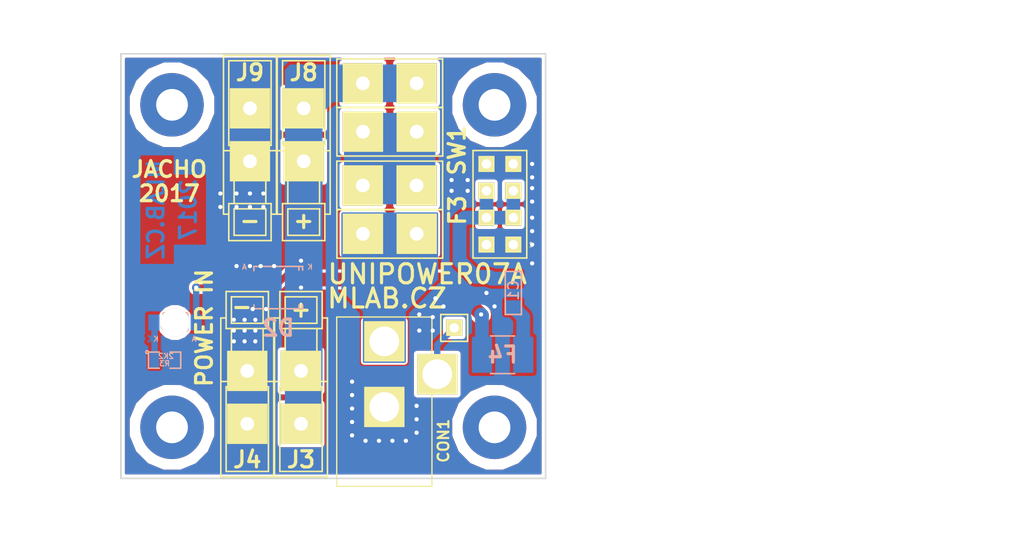
<source format=kicad_pcb>
(kicad_pcb (version 20170123) (host pcbnew "(2017-02-05 revision 431abcf)-makepkg")

  (general
    (links 31)
    (no_connects 0)
    (area -11.176 -45.466 85.598001 5.080001)
    (thickness 1.6)
    (drawings 15)
    (tracks 161)
    (zones 0)
    (modules 18)
    (nets 9)
  )

  (page A4)
  (layers
    (0 F.Cu signal)
    (31 B.Cu signal)
    (32 B.Adhes user)
    (33 F.Adhes user)
    (34 B.Paste user)
    (35 F.Paste user)
    (36 B.SilkS user)
    (37 F.SilkS user)
    (38 B.Mask user)
    (39 F.Mask user)
    (40 Dwgs.User user)
    (41 Cmts.User user)
    (42 Eco1.User user)
    (43 Eco2.User user)
    (44 Edge.Cuts user)
    (45 Margin user)
    (46 B.CrtYd user)
    (47 F.CrtYd user)
    (48 B.Fab user)
    (49 F.Fab user)
  )

  (setup
    (last_trace_width 0.3)
    (user_trace_width 0.6)
    (user_trace_width 0.7)
    (user_trace_width 0.9)
    (user_trace_width 1.3)
    (user_trace_width 3)
    (user_trace_width 6)
    (trace_clearance 0.2)
    (zone_clearance 0.3)
    (zone_45_only yes)
    (trace_min 0.2)
    (segment_width 0.2)
    (edge_width 0.15)
    (via_size 0.8)
    (via_drill 0.4)
    (via_min_size 0.4)
    (via_min_drill 0.3)
    (uvia_size 0.3)
    (uvia_drill 0.127)
    (uvias_allowed no)
    (uvia_min_size 0.2)
    (uvia_min_drill 0.1)
    (pcb_text_width 0.3)
    (pcb_text_size 1.5 1.5)
    (mod_edge_width 0.15)
    (mod_text_size 1 1)
    (mod_text_width 0.15)
    (pad_size 1.524 1.524)
    (pad_drill 0.762)
    (pad_to_mask_clearance 0.2)
    (solder_mask_min_width 0.2)
    (aux_axis_origin 0 0)
    (visible_elements 7FFFFF7F)
    (pcbplotparams
      (layerselection 0x010e0_ffffffff)
      (usegerberextensions false)
      (excludeedgelayer true)
      (linewidth 0.300000)
      (plotframeref false)
      (viasonmask false)
      (mode 1)
      (useauxorigin false)
      (hpglpennumber 1)
      (hpglpenspeed 20)
      (hpglpendiameter 15)
      (psnegative false)
      (psa4output false)
      (plotreference true)
      (plotvalue true)
      (plotinvisibletext false)
      (padsonsilk false)
      (subtractmaskfromsilk false)
      (outputformat 1)
      (mirror false)
      (drillshape 0)
      (scaleselection 1)
      (outputdirectory ../CAM_PROFI/))
  )

  (net 0 "")
  (net 1 GND)
  (net 2 "Net-(CON1-Pad3)")
  (net 3 "Net-(D2-Pad1)")
  (net 4 "Net-(CON1-Pad1)")
  (net 5 "Net-(C1-Pad1)")
  (net 6 "Net-(C1-Pad3)")
  (net 7 "Net-(D6-Pad1)")
  (net 8 "Net-(F3-Pad1)")

  (net_class Default "Toto je výchozí třída sítě."
    (clearance 0.2)
    (trace_width 0.3)
    (via_dia 0.8)
    (via_drill 0.4)
    (uvia_dia 0.3)
    (uvia_drill 0.127)
    (add_net "Net-(C1-Pad1)")
    (add_net "Net-(C1-Pad3)")
    (add_net "Net-(CON1-Pad1)")
    (add_net "Net-(CON1-Pad3)")
    (add_net "Net-(D2-Pad1)")
    (add_net "Net-(D6-Pad1)")
    (add_net "Net-(F3-Pad1)")
  )

  (net_class gnd ""
    (clearance 0.2)
    (trace_width 0.2)
    (via_dia 0.8)
    (via_drill 0.4)
    (uvia_dia 0.3)
    (uvia_drill 0.127)
    (add_net GND)
  )

  (module Mlab_Mechanical:MountingHole_3mm placed (layer F.Cu) (tedit 58806C2B) (tstamp 587F2DD9)
    (at 35.56 -35.56 90)
    (descr "Mounting hole, Befestigungsbohrung, 3mm, No Annular, Kein Restring,")
    (tags "Mounting hole, Befestigungsbohrung, 3mm, No Annular, Kein Restring,")
    (path /587F245C)
    (fp_text reference P1 (at 0 -4.191 90) (layer F.SilkS) hide
      (effects (font (thickness 0.3048)))
    )
    (fp_text value _ (at 0 4.191 90) (layer F.SilkS) hide
      (effects (font (thickness 0.3048)))
    )
    (fp_circle (center 0 0) (end 2.99974 0) (layer Cmts.User) (width 0.381))
    (pad 1 thru_hole circle (at 0 0 90) (size 6 6) (drill 3) (layers *.Cu *.Adhes *.Mask)
      (clearance 1) (zone_connect 2))
  )

  (module Mlab_Mechanical:MountingHole_3mm placed (layer F.Cu) (tedit 58806C2B) (tstamp 587F2DDE)
    (at 35.56 -5.08)
    (descr "Mounting hole, Befestigungsbohrung, 3mm, No Annular, Kein Restring,")
    (tags "Mounting hole, Befestigungsbohrung, 3mm, No Annular, Kein Restring,")
    (path /587F2725)
    (fp_text reference P2 (at 0 -4.191) (layer F.SilkS) hide
      (effects (font (thickness 0.3048)))
    )
    (fp_text value _ (at 0 4.191) (layer F.SilkS) hide
      (effects (font (thickness 0.3048)))
    )
    (fp_circle (center 0 0) (end 2.99974 0) (layer Cmts.User) (width 0.381))
    (pad 1 thru_hole circle (at 0 0) (size 6 6) (drill 3) (layers *.Cu *.Adhes *.Mask)
      (clearance 1) (zone_connect 2))
  )

  (module Mlab_Mechanical:MountingHole_3mm placed (layer F.Cu) (tedit 58806C2B) (tstamp 587F2DE3)
    (at 5.08 -35.56)
    (descr "Mounting hole, Befestigungsbohrung, 3mm, No Annular, Kein Restring,")
    (tags "Mounting hole, Befestigungsbohrung, 3mm, No Annular, Kein Restring,")
    (path /587F26AA)
    (fp_text reference P3 (at 0 -4.191) (layer F.SilkS) hide
      (effects (font (thickness 0.3048)))
    )
    (fp_text value _ (at 0 4.191) (layer F.SilkS) hide
      (effects (font (thickness 0.3048)))
    )
    (fp_circle (center 0 0) (end 2.99974 0) (layer Cmts.User) (width 0.381))
    (pad 1 thru_hole circle (at 0 0) (size 6 6) (drill 3) (layers *.Cu *.Adhes *.Mask)
      (clearance 1) (zone_connect 2))
  )

  (module Mlab_Mechanical:MountingHole_3mm placed (layer F.Cu) (tedit 58806C2B) (tstamp 587F2DE8)
    (at 5.08 -5.08)
    (descr "Mounting hole, Befestigungsbohrung, 3mm, No Annular, Kein Restring,")
    (tags "Mounting hole, Befestigungsbohrung, 3mm, No Annular, Kein Restring,")
    (path /587F27A7)
    (fp_text reference P4 (at 0 -4.191) (layer F.SilkS) hide
      (effects (font (thickness 0.3048)))
    )
    (fp_text value _ (at 0 4.191) (layer F.SilkS) hide
      (effects (font (thickness 0.3048)))
    )
    (fp_circle (center 0 0) (end 2.99974 0) (layer Cmts.User) (width 0.381))
    (pad 1 thru_hole circle (at 0 0) (size 6 6) (drill 3) (layers *.Cu *.Adhes *.Mask)
      (clearance 1) (zone_connect 2))
  )

  (module Mlab_L:FIR1 (layer B.Cu) (tedit 59267C43) (tstamp 59266FF4)
    (at 37.338 -17.78 90)
    (path /58D206F9)
    (fp_text reference C1 (at 0.254 0 90) (layer B.SilkS)
      (effects (font (size 1 1) (thickness 0.15)) (justify mirror))
    )
    (fp_text value NFM21PC105 (at 2.794 -1.905 90) (layer B.SilkS) hide
      (effects (font (size 1 1) (thickness 0.15)) (justify mirror))
    )
    (fp_line (start -2.032 0.762) (end 2.032 0.762) (layer B.SilkS) (width 0.15))
    (fp_line (start 2.032 0.762) (end 2.032 -0.762) (layer B.SilkS) (width 0.15))
    (fp_line (start 2.032 -0.762) (end -2.032 -0.762) (layer B.SilkS) (width 0.15))
    (fp_line (start -2.032 -0.762) (end -2.032 0.762) (layer B.SilkS) (width 0.15))
    (fp_line (start -2.032 0.762) (end -2.032 0.635) (layer B.SilkS) (width 0.15))
    (pad 1 smd rect (at -1.35 0 90) (size 1.3 1.5) (layers B.Cu B.Paste B.Mask)
      (net 5 "Net-(C1-Pad1)"))
    (pad 2 smd rect (at 0 0 90) (size 0.7 3) (layers B.Cu B.Paste B.Mask)
      (net 1 GND))
    (pad 3 smd rect (at 1.35 0 90) (size 1.3 1.5) (layers B.Cu B.Paste B.Mask)
      (net 6 "Net-(C1-Pad3)"))
    (model MLAB_3D/Resistors/chip_cms.wrl
      (at (xyz 0 0 0))
      (scale (xyz 0.13 0.13 0.13))
      (rotate (xyz 0 0 0))
    )
  )

  (module Mlab_CON:DC2,1MM placed (layer F.Cu) (tedit 59267E56) (tstamp 59266FFB)
    (at 25.146 -9.398 270)
    (tags "DC2,1MM nap. konektor")
    (path /56BDACD7)
    (fp_text reference CON1 (at 5.588 -5.588 270) (layer F.SilkS)
      (effects (font (size 1.016 1.016) (thickness 0.2032)))
    )
    (fp_text value JACK_DC2.1 (at 2.2225 3.5433 270) (layer F.SilkS) hide
      (effects (font (size 1.016 1.016) (thickness 0.2032)))
    )
    (fp_line (start 9.89 -4.5) (end -6.11 -4.5) (layer F.SilkS) (width 0.127))
    (fp_line (start 9.89 4.5) (end 9.89 -4.5) (layer F.SilkS) (width 0.127))
    (fp_line (start -6.11 4.5) (end 9.89 4.5) (layer F.SilkS) (width 0.127))
    (fp_line (start -6.11 -4.5) (end -6.11 4.5) (layer F.SilkS) (width 0.127))
    (pad 2 thru_hole rect (at 2.39 0 270) (size 3.81 3.81) (drill 2.8) (layers *.Cu *.Mask F.SilkS)
      (net 1 GND))
    (pad 1 thru_hole rect (at -3.81 0 270) (size 3.81 3.81) (drill 2.8) (layers *.Cu *.Mask F.SilkS)
      (net 4 "Net-(CON1-Pad1)"))
    (pad 3 thru_hole rect (at -0.71 -5 270) (size 3.81 3.81) (drill 2.8) (layers *.Cu *.Mask F.SilkS)
      (net 2 "Net-(CON1-Pad3)"))
  )

  (module Mlab_D:SMB_Standard (layer B.Cu) (tedit 57E4C38F) (tstamp 59267007)
    (at 15.12316 -18.288)
    (descr "Diode SMB Standard")
    (tags "Diode SMB Standard")
    (path /58D23672)
    (attr smd)
    (fp_text reference D2 (at 0 3.81) (layer B.SilkS)
      (effects (font (thickness 0.3048)) (justify mirror))
    )
    (fp_text value SMBJ15A-E3/52 (at 0 -3.81) (layer B.SilkS) hide
      (effects (font (thickness 0.3048)) (justify mirror))
    )
    (fp_text user A (at -3.2004 -1.95072) (layer B.SilkS)
      (effects (font (size 0.50038 0.50038) (thickness 0.09906)) (justify mirror))
    )
    (fp_text user K (at 2.99974 -1.95072) (layer B.SilkS)
      (effects (font (size 0.50038 0.50038) (thickness 0.09906)) (justify mirror))
    )
    (fp_line (start -2.30124 -1.75006) (end -2.30124 -1.6002) (layer B.SilkS) (width 0.15))
    (fp_line (start 1.95072 -1.75006) (end 1.95072 -1.651) (layer B.SilkS) (width 0.15))
    (fp_line (start 2.30124 -1.75006) (end 2.30124 -1.651) (layer B.SilkS) (width 0.15))
    (fp_line (start -2.30124 1.75006) (end -2.30124 1.651) (layer B.SilkS) (width 0.15))
    (fp_line (start 1.95072 1.75006) (end 1.95072 1.651) (layer B.SilkS) (width 0.15))
    (fp_line (start 2.30124 1.75006) (end 2.30124 1.651) (layer B.SilkS) (width 0.15))
    (fp_circle (center 0 0) (end 0.44958 -0.09906) (layer B.Adhes) (width 0.381))
    (fp_circle (center 0 0) (end 0.20066 -0.09906) (layer B.Adhes) (width 0.381))
    (fp_line (start 1.95072 -1.99898) (end 1.95072 -1.80086) (layer B.SilkS) (width 0.15))
    (fp_line (start 1.95072 1.99898) (end 1.95072 1.80086) (layer B.SilkS) (width 0.15))
    (fp_line (start 2.29616 -1.99644) (end 2.29616 -1.79832) (layer B.SilkS) (width 0.15))
    (fp_line (start -2.30632 -1.99644) (end 2.29616 -1.99644) (layer B.SilkS) (width 0.15))
    (fp_line (start -2.30632 -1.99644) (end -2.30632 -1.79832) (layer B.SilkS) (width 0.15))
    (fp_line (start -2.30124 1.99898) (end -2.30124 1.80086) (layer B.SilkS) (width 0.15))
    (fp_line (start -2.30124 1.99898) (end 2.30124 1.99898) (layer B.SilkS) (width 0.15))
    (fp_line (start 2.30124 1.99898) (end 2.30124 1.80086) (layer B.SilkS) (width 0.15))
    (pad 1 smd rect (at 2.14884 0) (size 2.49936 2.30124) (layers B.Cu B.Paste B.Mask)
      (net 3 "Net-(D2-Pad1)"))
    (pad 2 smd rect (at -2.14884 0) (size 2.49936 2.30124) (layers B.Cu B.Paste B.Mask)
      (net 1 GND))
    (model MLAB_3D/Diodes/SMB.wrl
      (at (xyz 0 0 0))
      (scale (xyz 0.3937 0.3937 0.3937))
      (rotate (xyz 0 0 0))
    )
  )

  (module Mlab_D:LED_1206 (layer B.Cu) (tedit 56BDB304) (tstamp 59267014)
    (at 5.366 -14.986 180)
    (descr "Diode Mini-MELF Standard")
    (tags "Diode Mini-MELF Standard")
    (path /58D29E7F)
    (attr smd)
    (fp_text reference D6 (at 0 0 180) (layer B.SilkS)
      (effects (font (thickness 0.3048)) (justify mirror))
    )
    (fp_text value RED (at 0 -3.81 180) (layer B.SilkS) hide
      (effects (font (thickness 0.3048)) (justify mirror))
    )
    (fp_line (start 2.21488 -1.50622) (end 2.53492 -1.81102) (layer B.Cu) (width 0.15))
    (fp_line (start 2.25298 -1.52146) (end 2.5273 -1.24968) (layer B.Cu) (width 0.15))
    (fp_line (start 2.2225 -1.24968) (end 2.21742 -1.81864) (layer B.Cu) (width 0.15))
    (fp_text user A (at -1.80086 -1.5494 180) (layer B.SilkS)
      (effects (font (size 0.50038 0.50038) (thickness 0.09906)) (justify mirror))
    )
    (fp_text user K (at 1.80086 -1.5494 180) (layer B.SilkS)
      (effects (font (size 0.50038 0.50038) (thickness 0.09906)) (justify mirror))
    )
    (pad 2 smd rect (at -2 0 180) (size 1.05 1.5) (layers B.Cu B.Paste B.Mask)
      (net 3 "Net-(D2-Pad1)"))
    (pad 1 smd rect (at 2 0 180) (size 1.05 1.5) (layers B.Cu B.Paste B.Mask)
      (net 7 "Net-(D6-Pad1)"))
    (pad "" np_thru_hole circle (at 0 0 180) (size 2.7 2.7) (drill 2.7) (layers *.Cu *.Mask B.SilkS))
    (model MLAB_3D/Diodes/MiniMELF_DO213AA.wrl
      (at (xyz 0 0 0))
      (scale (xyz 0.3937 0.3937 0.3937))
      (rotate (xyz 0 0 0))
    )
  )

  (module Mlab_F:2xFaston (layer F.Cu) (tedit 59266D98) (tstamp 59267024)
    (at 25.654 -27.94 180)
    (descr "RM 5.08mm -fastony")
    (tags "RM 5.08mm - fastony")
    (path /58D15B83)
    (fp_text reference F3 (at -6.4008 -2.3495 270) (layer F.SilkS)
      (effects (font (thickness 0.3048)))
    )
    (fp_text value 10A (at 0.254 4.064 180) (layer F.SilkS) hide
      (effects (font (thickness 0.3048)))
    )
    (fp_line (start -5 2.3) (end -5 -2.3) (layer F.SilkS) (width 0.15))
    (fp_line (start 5 2.3) (end -5 2.3) (layer F.SilkS) (width 0.15))
    (fp_line (start 5 -2.3) (end 5 2.3) (layer F.SilkS) (width 0.15))
    (fp_line (start -5 -2.3) (end 5 -2.3) (layer F.SilkS) (width 0.15))
    (fp_line (start -5.0127 -6.872) (end 4.9873 -6.872) (layer F.SilkS) (width 0.15))
    (fp_line (start 4.9873 -6.872) (end 4.9873 -2.272) (layer F.SilkS) (width 0.15))
    (fp_line (start 4.9873 -2.272) (end -5.0127 -2.272) (layer F.SilkS) (width 0.15))
    (fp_line (start -5.0127 -2.272) (end -5.0127 -6.872) (layer F.SilkS) (width 0.15))
    (pad 1 thru_hole rect (at -2.54 0 270) (size 3.81 3.81) (drill 1.3) (layers *.Cu *.Mask F.SilkS)
      (net 8 "Net-(F3-Pad1)"))
    (pad 1 thru_hole rect (at 2.54 0 270) (size 3.81 3.81) (drill 1.3) (layers *.Cu *.Mask F.SilkS)
      (net 8 "Net-(F3-Pad1)"))
    (pad 2 thru_hole rect (at 2.5273 -4.572 270) (size 3.81 3.81) (drill 1.3) (layers *.Cu *.Mask F.SilkS)
      (net 4 "Net-(CON1-Pad1)"))
    (pad 2 thru_hole rect (at -2.5527 -4.572 270) (size 3.81 3.81) (drill 1.3) (layers *.Cu *.Mask F.SilkS)
      (net 4 "Net-(CON1-Pad1)"))
  )

  (module Mlab_F:1812 (layer B.Cu) (tedit 59267C46) (tstamp 5926702A)
    (at 36.322 -11.938 180)
    (descr "Diode Mini-MELF Standard")
    (tags "Diode Mini-MELF Standard")
    (path /58D2DFD6)
    (attr smd)
    (fp_text reference F4 (at 0 0 180) (layer B.SilkS)
      (effects (font (thickness 0.3048)) (justify mirror))
    )
    (fp_text value 1.1A (at 0 -3.81 180) (layer B.SilkS) hide
      (effects (font (thickness 0.3048)) (justify mirror))
    )
    (fp_line (start -1.143 -1.778) (end 1.143 -1.778) (layer B.SilkS) (width 0.15))
    (fp_line (start -1.143 1.778) (end 1.143 1.778) (layer B.SilkS) (width 0.15))
    (pad 1 smd rect (at -1.95 0 180) (size 1.9 3.4) (layers B.Cu B.Paste B.Mask)
      (net 5 "Net-(C1-Pad1)"))
    (pad 2 smd rect (at 1.95 0 180) (size 1.9 3.4) (layers B.Cu B.Paste B.Mask)
      (net 3 "Net-(D2-Pad1)"))
    (model MLAB_3D/Diodes/MiniMELF_DO213AA.wrl
      (at (xyz 0 0 0))
      (scale (xyz 0.3937 0.3937 0.3937))
      (rotate (xyz 0 0 0))
    )
  )

  (module Mlab_CON:WAGO256 (layer F.Cu) (tedit 564C6037) (tstamp 5926703C)
    (at 17.272 -7.874 90)
    (descr "WAGO-Series 236, 2Stift, 1pol, RM 5mm,")
    (tags "WAGO-Series 236, 2Stift, 1pol, RM 5mm, Anreibare Leiterplattenklemme")
    (path /58D2365D)
    (fp_text reference J3 (at -5.842 0 180) (layer F.SilkS)
      (effects (font (thickness 0.3048)))
    )
    (fp_text value CONN1_1 (at 0.254 4.064 90) (layer F.SilkS) hide
      (effects (font (thickness 0.3048)))
    )
    (fp_line (start -7.46 -2.5) (end 1.54 -2.5) (layer F.SilkS) (width 0.15))
    (fp_line (start 1.54 2.5) (end -7.46 2.5) (layer F.SilkS) (width 0.15))
    (fp_line (start 1.54 -2.5) (end 7.54 -2.5) (layer F.SilkS) (width 0.15))
    (fp_line (start -6.9601 -2) (end 1.0399 -2) (layer F.SilkS) (width 0.15))
    (fp_line (start 3.54 -1.5) (end 6.54 -1.5) (layer F.SilkS) (width 0.15))
    (fp_line (start 1.54 2.5) (end 7.54 2.5) (layer F.SilkS) (width 0.15))
    (fp_line (start -6.9601 2) (end 1.0399 2) (layer F.SilkS) (width 0.15))
    (fp_line (start 3.54 1.5) (end 6.54 1.5) (layer F.SilkS) (width 0.15))
    (fp_line (start 6.54 -2) (end 10.041 -2) (layer F.SilkS) (width 0.15))
    (fp_line (start 7.0401 -1.5) (end 9.54 -1.5) (layer F.SilkS) (width 0.15))
    (fp_line (start 1.0399 -1) (end 1.54 -1) (layer F.SilkS) (width 0.15))
    (fp_line (start 6.54 2) (end 10.0401 2) (layer F.SilkS) (width 0.15))
    (fp_line (start 7.0401 1.5) (end 9.54 1.5) (layer F.SilkS) (width 0.15))
    (fp_line (start 1.0399 1) (end 1.54 1) (layer F.SilkS) (width 0.15))
    (fp_line (start -6.9601 2) (end -6.9601 -2) (layer F.SilkS) (width 0.15))
    (fp_line (start 1.0399 -2) (end 1.0399 2) (layer F.SilkS) (width 0.15))
    (fp_line (start 3.54 1.5001) (end 3.54 -1.5001) (layer F.SilkS) (width 0.15))
    (fp_line (start 6.54 -2) (end 6.54 2) (layer F.SilkS) (width 0.15))
    (fp_line (start 10.0401 -2) (end 10.0401 2) (layer F.SilkS) (width 0.15))
    (fp_line (start 7.0401 1.501) (end 7.0401 -1.501) (layer F.SilkS) (width 0.15))
    (fp_line (start 9.54 1.501) (end 9.54 -1.501) (layer F.SilkS) (width 0.15))
    (fp_line (start -7.46 2.5001) (end -7.46 -2.5001) (layer F.SilkS) (width 0.15))
    (fp_line (start 1.54 2.5001) (end 1.54 -2.5001) (layer F.SilkS) (width 0.15))
    (fp_line (start 7.54 -2) (end 7.54 -2.5) (layer F.SilkS) (width 0.15))
    (fp_line (start 7.54 2.5) (end 7.54 2) (layer F.SilkS) (width 0.15))
    (pad 1 thru_hole rect (at 2.54 0 180) (size 3.81 3.81) (drill 1.3) (layers *.Cu *.Mask F.SilkS)
      (net 3 "Net-(D2-Pad1)"))
    (pad 1 thru_hole rect (at -2.46 0 180) (size 3.81 3.81) (drill 1.3) (layers *.Cu *.Mask F.SilkS)
      (net 3 "Net-(D2-Pad1)"))
  )

  (module Mlab_CON:WAGO256 (layer F.Cu) (tedit 564C6037) (tstamp 59267042)
    (at 12.192 -7.874 90)
    (descr "WAGO-Series 236, 2Stift, 1pol, RM 5mm,")
    (tags "WAGO-Series 236, 2Stift, 1pol, RM 5mm, Anreibare Leiterplattenklemme")
    (path /58D23663)
    (fp_text reference J4 (at -5.842 0 180) (layer F.SilkS)
      (effects (font (thickness 0.3048)))
    )
    (fp_text value CONN1_1 (at 0.254 4.064 90) (layer F.SilkS) hide
      (effects (font (thickness 0.3048)))
    )
    (fp_line (start 7.54 2.5) (end 7.54 2) (layer F.SilkS) (width 0.15))
    (fp_line (start 7.54 -2) (end 7.54 -2.5) (layer F.SilkS) (width 0.15))
    (fp_line (start 1.54 2.5001) (end 1.54 -2.5001) (layer F.SilkS) (width 0.15))
    (fp_line (start -7.46 2.5001) (end -7.46 -2.5001) (layer F.SilkS) (width 0.15))
    (fp_line (start 9.54 1.501) (end 9.54 -1.501) (layer F.SilkS) (width 0.15))
    (fp_line (start 7.0401 1.501) (end 7.0401 -1.501) (layer F.SilkS) (width 0.15))
    (fp_line (start 10.0401 -2) (end 10.0401 2) (layer F.SilkS) (width 0.15))
    (fp_line (start 6.54 -2) (end 6.54 2) (layer F.SilkS) (width 0.15))
    (fp_line (start 3.54 1.5001) (end 3.54 -1.5001) (layer F.SilkS) (width 0.15))
    (fp_line (start 1.0399 -2) (end 1.0399 2) (layer F.SilkS) (width 0.15))
    (fp_line (start -6.9601 2) (end -6.9601 -2) (layer F.SilkS) (width 0.15))
    (fp_line (start 1.0399 1) (end 1.54 1) (layer F.SilkS) (width 0.15))
    (fp_line (start 7.0401 1.5) (end 9.54 1.5) (layer F.SilkS) (width 0.15))
    (fp_line (start 6.54 2) (end 10.0401 2) (layer F.SilkS) (width 0.15))
    (fp_line (start 1.0399 -1) (end 1.54 -1) (layer F.SilkS) (width 0.15))
    (fp_line (start 7.0401 -1.5) (end 9.54 -1.5) (layer F.SilkS) (width 0.15))
    (fp_line (start 6.54 -2) (end 10.041 -2) (layer F.SilkS) (width 0.15))
    (fp_line (start 3.54 1.5) (end 6.54 1.5) (layer F.SilkS) (width 0.15))
    (fp_line (start -6.9601 2) (end 1.0399 2) (layer F.SilkS) (width 0.15))
    (fp_line (start 1.54 2.5) (end 7.54 2.5) (layer F.SilkS) (width 0.15))
    (fp_line (start 3.54 -1.5) (end 6.54 -1.5) (layer F.SilkS) (width 0.15))
    (fp_line (start -6.9601 -2) (end 1.0399 -2) (layer F.SilkS) (width 0.15))
    (fp_line (start 1.54 -2.5) (end 7.54 -2.5) (layer F.SilkS) (width 0.15))
    (fp_line (start 1.54 2.5) (end -7.46 2.5) (layer F.SilkS) (width 0.15))
    (fp_line (start -7.46 -2.5) (end 1.54 -2.5) (layer F.SilkS) (width 0.15))
    (pad 1 thru_hole rect (at -2.46 0 180) (size 3.81 3.81) (drill 1.3) (layers *.Cu *.Mask F.SilkS)
      (net 1 GND))
    (pad 1 thru_hole rect (at 2.54 0 180) (size 3.81 3.81) (drill 1.3) (layers *.Cu *.Mask F.SilkS)
      (net 1 GND))
  )

  (module Mlab_Pin_Headers:Straight_1x01 (layer F.Cu) (tedit 56EBDE01) (tstamp 59267047)
    (at 31.75 -14.478)
    (descr "pin header straight 1x01")
    (tags "pin header straight 1x01")
    (path /56BECABC)
    (fp_text reference J7 (at 0 -2.54) (layer F.SilkS) hide
      (effects (font (size 1.5 1.5) (thickness 0.15)))
    )
    (fp_text value CONN1_1 (at 0 2.54) (layer F.SilkS) hide
      (effects (font (size 1.5 1.5) (thickness 0.15)))
    )
    (fp_text user 1 (at -1.651 0) (layer F.SilkS) hide
      (effects (font (size 0.5 0.5) (thickness 0.05)))
    )
    (fp_line (start -1.27 -1.27) (end 1.27 -1.27) (layer F.SilkS) (width 0.15))
    (fp_line (start 1.27 -1.27) (end 1.27 1.27) (layer F.SilkS) (width 0.15))
    (fp_line (start 1.27 1.27) (end -1.27 1.27) (layer F.SilkS) (width 0.15))
    (fp_line (start -1.27 1.27) (end -1.27 -1.27) (layer F.SilkS) (width 0.15))
    (pad 1 thru_hole rect (at 0 0) (size 1.524 1.524) (drill 0.889) (layers *.Cu *.Mask F.SilkS)
      (net 2 "Net-(CON1-Pad3)"))
    (model Pin_Headers/Pin_Header_Straight_1x01.wrl
      (at (xyz 0 0 0))
      (scale (xyz 1 1 1))
      (rotate (xyz 0 0 90))
    )
  )

  (module Mlab_CON:WAGO256 (layer F.Cu) (tedit 564C6037) (tstamp 5926704D)
    (at 17.526 -32.766 270)
    (descr "WAGO-Series 236, 2Stift, 1pol, RM 5mm,")
    (tags "WAGO-Series 236, 2Stift, 1pol, RM 5mm, Anreibare Leiterplattenklemme")
    (path /58D14565)
    (fp_text reference J8 (at -5.842 0) (layer F.SilkS)
      (effects (font (thickness 0.3048)))
    )
    (fp_text value CONN1_1 (at 0.254 4.064 270) (layer F.SilkS) hide
      (effects (font (thickness 0.3048)))
    )
    (fp_line (start 7.54 2.5) (end 7.54 2) (layer F.SilkS) (width 0.15))
    (fp_line (start 7.54 -2) (end 7.54 -2.5) (layer F.SilkS) (width 0.15))
    (fp_line (start 1.54 2.5001) (end 1.54 -2.5001) (layer F.SilkS) (width 0.15))
    (fp_line (start -7.46 2.5001) (end -7.46 -2.5001) (layer F.SilkS) (width 0.15))
    (fp_line (start 9.54 1.501) (end 9.54 -1.501) (layer F.SilkS) (width 0.15))
    (fp_line (start 7.0401 1.501) (end 7.0401 -1.501) (layer F.SilkS) (width 0.15))
    (fp_line (start 10.0401 -2) (end 10.0401 2) (layer F.SilkS) (width 0.15))
    (fp_line (start 6.54 -2) (end 6.54 2) (layer F.SilkS) (width 0.15))
    (fp_line (start 3.54 1.5001) (end 3.54 -1.5001) (layer F.SilkS) (width 0.15))
    (fp_line (start 1.0399 -2) (end 1.0399 2) (layer F.SilkS) (width 0.15))
    (fp_line (start -6.9601 2) (end -6.9601 -2) (layer F.SilkS) (width 0.15))
    (fp_line (start 1.0399 1) (end 1.54 1) (layer F.SilkS) (width 0.15))
    (fp_line (start 7.0401 1.5) (end 9.54 1.5) (layer F.SilkS) (width 0.15))
    (fp_line (start 6.54 2) (end 10.0401 2) (layer F.SilkS) (width 0.15))
    (fp_line (start 1.0399 -1) (end 1.54 -1) (layer F.SilkS) (width 0.15))
    (fp_line (start 7.0401 -1.5) (end 9.54 -1.5) (layer F.SilkS) (width 0.15))
    (fp_line (start 6.54 -2) (end 10.041 -2) (layer F.SilkS) (width 0.15))
    (fp_line (start 3.54 1.5) (end 6.54 1.5) (layer F.SilkS) (width 0.15))
    (fp_line (start -6.9601 2) (end 1.0399 2) (layer F.SilkS) (width 0.15))
    (fp_line (start 1.54 2.5) (end 7.54 2.5) (layer F.SilkS) (width 0.15))
    (fp_line (start 3.54 -1.5) (end 6.54 -1.5) (layer F.SilkS) (width 0.15))
    (fp_line (start -6.9601 -2) (end 1.0399 -2) (layer F.SilkS) (width 0.15))
    (fp_line (start 1.54 -2.5) (end 7.54 -2.5) (layer F.SilkS) (width 0.15))
    (fp_line (start 1.54 2.5) (end -7.46 2.5) (layer F.SilkS) (width 0.15))
    (fp_line (start -7.46 -2.5) (end 1.54 -2.5) (layer F.SilkS) (width 0.15))
    (pad 1 thru_hole rect (at -2.46 0) (size 3.81 3.81) (drill 1.3) (layers *.Cu *.Mask F.SilkS)
      (net 3 "Net-(D2-Pad1)"))
    (pad 1 thru_hole rect (at 2.54 0) (size 3.81 3.81) (drill 1.3) (layers *.Cu *.Mask F.SilkS)
      (net 3 "Net-(D2-Pad1)"))
  )

  (module Mlab_CON:WAGO256 (layer F.Cu) (tedit 564C6037) (tstamp 59267053)
    (at 12.446 -32.766 270)
    (descr "WAGO-Series 236, 2Stift, 1pol, RM 5mm,")
    (tags "WAGO-Series 236, 2Stift, 1pol, RM 5mm, Anreibare Leiterplattenklemme")
    (path /58D1456B)
    (fp_text reference J9 (at -5.842 0) (layer F.SilkS)
      (effects (font (thickness 0.3048)))
    )
    (fp_text value CONN1_1 (at 0.254 4.064 270) (layer F.SilkS) hide
      (effects (font (thickness 0.3048)))
    )
    (fp_line (start -7.46 -2.5) (end 1.54 -2.5) (layer F.SilkS) (width 0.15))
    (fp_line (start 1.54 2.5) (end -7.46 2.5) (layer F.SilkS) (width 0.15))
    (fp_line (start 1.54 -2.5) (end 7.54 -2.5) (layer F.SilkS) (width 0.15))
    (fp_line (start -6.9601 -2) (end 1.0399 -2) (layer F.SilkS) (width 0.15))
    (fp_line (start 3.54 -1.5) (end 6.54 -1.5) (layer F.SilkS) (width 0.15))
    (fp_line (start 1.54 2.5) (end 7.54 2.5) (layer F.SilkS) (width 0.15))
    (fp_line (start -6.9601 2) (end 1.0399 2) (layer F.SilkS) (width 0.15))
    (fp_line (start 3.54 1.5) (end 6.54 1.5) (layer F.SilkS) (width 0.15))
    (fp_line (start 6.54 -2) (end 10.041 -2) (layer F.SilkS) (width 0.15))
    (fp_line (start 7.0401 -1.5) (end 9.54 -1.5) (layer F.SilkS) (width 0.15))
    (fp_line (start 1.0399 -1) (end 1.54 -1) (layer F.SilkS) (width 0.15))
    (fp_line (start 6.54 2) (end 10.0401 2) (layer F.SilkS) (width 0.15))
    (fp_line (start 7.0401 1.5) (end 9.54 1.5) (layer F.SilkS) (width 0.15))
    (fp_line (start 1.0399 1) (end 1.54 1) (layer F.SilkS) (width 0.15))
    (fp_line (start -6.9601 2) (end -6.9601 -2) (layer F.SilkS) (width 0.15))
    (fp_line (start 1.0399 -2) (end 1.0399 2) (layer F.SilkS) (width 0.15))
    (fp_line (start 3.54 1.5001) (end 3.54 -1.5001) (layer F.SilkS) (width 0.15))
    (fp_line (start 6.54 -2) (end 6.54 2) (layer F.SilkS) (width 0.15))
    (fp_line (start 10.0401 -2) (end 10.0401 2) (layer F.SilkS) (width 0.15))
    (fp_line (start 7.0401 1.501) (end 7.0401 -1.501) (layer F.SilkS) (width 0.15))
    (fp_line (start 9.54 1.501) (end 9.54 -1.501) (layer F.SilkS) (width 0.15))
    (fp_line (start -7.46 2.5001) (end -7.46 -2.5001) (layer F.SilkS) (width 0.15))
    (fp_line (start 1.54 2.5001) (end 1.54 -2.5001) (layer F.SilkS) (width 0.15))
    (fp_line (start 7.54 -2) (end 7.54 -2.5) (layer F.SilkS) (width 0.15))
    (fp_line (start 7.54 2.5) (end 7.54 2) (layer F.SilkS) (width 0.15))
    (pad 1 thru_hole rect (at 2.54 0) (size 3.81 3.81) (drill 1.3) (layers *.Cu *.Mask F.SilkS)
      (net 1 GND))
    (pad 1 thru_hole rect (at -2.46 0) (size 3.81 3.81) (drill 1.3) (layers *.Cu *.Mask F.SilkS)
      (net 1 GND))
  )

  (module Mlab_Pin_Headers:Straight_2x04 (layer F.Cu) (tedit 5535DB57) (tstamp 5926706B)
    (at 36.068 -26.162 180)
    (descr "pin header straight 2x04")
    (tags "pin header straight 2x04")
    (path /5881B110)
    (fp_text reference J12 (at 0 -6.35 180) (layer F.SilkS) hide
      (effects (font (size 1.5 1.5) (thickness 0.15)))
    )
    (fp_text value JUMP_4X2 (at 0 6.35 180) (layer F.SilkS) hide
      (effects (font (size 1.5 1.5) (thickness 0.15)))
    )
    (fp_line (start -2.54 5.08) (end -2.54 -5.08) (layer F.SilkS) (width 0.15))
    (fp_line (start 2.54 5.08) (end -2.54 5.08) (layer F.SilkS) (width 0.15))
    (fp_line (start 2.54 -5.08) (end 2.54 5.08) (layer F.SilkS) (width 0.15))
    (fp_line (start -2.54 -5.08) (end 2.54 -5.08) (layer F.SilkS) (width 0.15))
    (fp_text user 1 (at -2.921 -3.81 180) (layer F.SilkS)
      (effects (font (size 0.5 0.5) (thickness 0.05)))
    )
    (pad 8 thru_hole rect (at 1.27 3.81 180) (size 1.524 1.524) (drill 0.889) (layers *.Cu *.Mask F.SilkS)
      (net 1 GND))
    (pad 7 thru_hole rect (at -1.27 3.81 180) (size 1.524 1.524) (drill 0.889) (layers *.Cu *.Mask F.SilkS)
      (net 1 GND))
    (pad 6 thru_hole rect (at 1.27 1.27 180) (size 1.524 1.524) (drill 0.889) (layers *.Cu *.Mask F.SilkS)
      (net 6 "Net-(C1-Pad3)"))
    (pad 5 thru_hole rect (at -1.27 1.27 180) (size 1.524 1.524) (drill 0.889) (layers *.Cu *.Mask F.SilkS)
      (net 6 "Net-(C1-Pad3)"))
    (pad 4 thru_hole rect (at 1.27 -1.27 180) (size 1.524 1.524) (drill 0.889) (layers *.Cu *.Mask F.SilkS)
      (net 6 "Net-(C1-Pad3)"))
    (pad 3 thru_hole rect (at -1.27 -1.27 180) (size 1.524 1.524) (drill 0.889) (layers *.Cu *.Mask F.SilkS)
      (net 6 "Net-(C1-Pad3)"))
    (pad 2 thru_hole rect (at 1.27 -3.81 180) (size 1.524 1.524) (drill 0.889) (layers *.Cu *.Mask F.SilkS)
      (net 1 GND))
    (pad 1 thru_hole rect (at -1.27 -3.81 180) (size 1.524 1.524) (drill 0.889) (layers *.Cu *.Mask F.SilkS)
      (net 1 GND))
    (model Pin_Headers/Pin_Header_Straight_2x04.wrl
      (at (xyz 0 0 0))
      (scale (xyz 1 1 1))
      (rotate (xyz 0 0 90))
    )
  )

  (module Mlab_R:SMD-0805 (layer B.Cu) (tedit 54799E0C) (tstamp 5926707D)
    (at 4.3815 -11.43)
    (path /58D2B23C)
    (attr smd)
    (fp_text reference R3 (at 0 0.3175) (layer B.SilkS)
      (effects (font (size 0.50038 0.50038) (thickness 0.10922)) (justify mirror))
    )
    (fp_text value 2K2 (at 0.127 -0.381) (layer B.SilkS)
      (effects (font (size 0.50038 0.50038) (thickness 0.10922)) (justify mirror))
    )
    (fp_circle (center -1.651 -0.762) (end -1.651 -0.635) (layer B.SilkS) (width 0.15))
    (fp_line (start -0.508 -0.762) (end -1.524 -0.762) (layer B.SilkS) (width 0.15))
    (fp_line (start -1.524 -0.762) (end -1.524 0.762) (layer B.SilkS) (width 0.15))
    (fp_line (start -1.524 0.762) (end -0.508 0.762) (layer B.SilkS) (width 0.15))
    (fp_line (start 0.508 0.762) (end 1.524 0.762) (layer B.SilkS) (width 0.15))
    (fp_line (start 1.524 0.762) (end 1.524 -0.762) (layer B.SilkS) (width 0.15))
    (fp_line (start 1.524 -0.762) (end 0.508 -0.762) (layer B.SilkS) (width 0.15))
    (pad 1 smd rect (at -0.9525 0) (size 0.889 1.397) (layers B.Cu B.Paste B.Mask)
      (net 7 "Net-(D6-Pad1)"))
    (pad 2 smd rect (at 0.9525 0) (size 0.889 1.397) (layers B.Cu B.Paste B.Mask)
      (net 1 GND))
    (model MLAB_3D/Resistors/chip_cms.wrl
      (at (xyz 0 0 0))
      (scale (xyz 0.1 0.1 0.1))
      (rotate (xyz 0 0 0))
    )
  )

  (module Mlab_F:2xFaston (layer F.Cu) (tedit 59267760) (tstamp 5926708D)
    (at 25.654 -37.592 180)
    (descr "RM 5.08mm -fastony")
    (tags "RM 5.08mm - fastony")
    (path /58D1BD7C)
    (fp_text reference SW1 (at -6.35 -6.35 270) (layer F.SilkS)
      (effects (font (thickness 0.3048)))
    )
    (fp_text value Prepinac (at 0.254 4.064 180) (layer F.SilkS) hide
      (effects (font (thickness 0.3048)))
    )
    (fp_line (start -5.0127 -2.272) (end -5.0127 -6.872) (layer F.SilkS) (width 0.15))
    (fp_line (start 4.9873 -2.272) (end -5.0127 -2.272) (layer F.SilkS) (width 0.15))
    (fp_line (start 4.9873 -6.872) (end 4.9873 -2.272) (layer F.SilkS) (width 0.15))
    (fp_line (start -5.0127 -6.872) (end 4.9873 -6.872) (layer F.SilkS) (width 0.15))
    (fp_line (start -5 -2.3) (end 5 -2.3) (layer F.SilkS) (width 0.15))
    (fp_line (start 5 -2.3) (end 5 2.3) (layer F.SilkS) (width 0.15))
    (fp_line (start 5 2.3) (end -5 2.3) (layer F.SilkS) (width 0.15))
    (fp_line (start -5 2.3) (end -5 -2.3) (layer F.SilkS) (width 0.15))
    (pad 2 thru_hole rect (at -2.5527 -4.572 270) (size 3.81 3.81) (drill 1.3) (layers *.Cu *.Mask F.SilkS)
      (net 8 "Net-(F3-Pad1)"))
    (pad 2 thru_hole rect (at 2.5273 -4.572 270) (size 3.81 3.81) (drill 1.3) (layers *.Cu *.Mask F.SilkS)
      (net 8 "Net-(F3-Pad1)"))
    (pad 1 thru_hole rect (at 2.54 0 270) (size 3.81 3.81) (drill 1.3) (layers *.Cu *.Mask F.SilkS)
      (net 3 "Net-(D2-Pad1)"))
    (pad 1 thru_hole rect (at -2.54 0 270) (size 3.81 3.81) (drill 1.3) (layers *.Cu *.Mask F.SilkS)
      (net 3 "Net-(D2-Pad1)"))
  )

  (gr_text "POWER IN" (at 8.128 -14.478 90) (layer F.SilkS) (tstamp 5934F079)
    (effects (font (size 1.5 1.5) (thickness 0.3)))
  )
  (gr_text - (at 12.446 -24.638) (layer F.SilkS) (tstamp 59267D91)
    (effects (font (size 1.5 1.5) (thickness 0.3)))
  )
  (gr_text + (at 17.526 -24.638) (layer F.SilkS) (tstamp 59267D8A)
    (effects (font (size 1.5 1.5) (thickness 0.3)))
  )
  (gr_text - (at 11.684 -16.51) (layer F.SilkS) (tstamp 59267D7F)
    (effects (font (size 1.5 1.5) (thickness 0.3)))
  )
  (gr_text + (at 17.272 -16.256) (layer F.SilkS)
    (effects (font (size 1.5 1.5) (thickness 0.3)))
  )
  (gr_text MLAB.CZ (at 25.4 -17.272) (layer F.SilkS) (tstamp 58D8E919)
    (effects (font (size 1.8 1.8) (thickness 0.3)))
  )
  (gr_text JACHO (at 4.826 -29.464) (layer F.SilkS) (tstamp 58D8E90F)
    (effects (font (size 1.5 1.5) (thickness 0.3)))
  )
  (gr_text UNIPOWER07A (at 29.21 -19.558) (layer F.SilkS) (tstamp 58D8E90D)
    (effects (font (size 1.8 1.8) (thickness 0.3)))
  )
  (gr_text MLAB.CZ (at 3.556 -25.654 90) (layer B.Cu) (tstamp 58809289)
    (effects (font (size 1.5 1.5) (thickness 0.3)) (justify mirror))
  )
  (gr_text 2017 (at 6.604 -25.654 90) (layer B.Cu) (tstamp 58809281)
    (effects (font (size 1.5 1.5) (thickness 0.3)) (justify mirror))
  )
  (gr_text 2017 (at 4.826 -27.178) (layer F.SilkS)
    (effects (font (size 1.5 1.5) (thickness 0.3)))
  )
  (gr_line (start 40.386 -0.254) (end 40.386 -40.386) (angle 90) (layer Edge.Cuts) (width 0.15))
  (gr_line (start 0.254 -0.254) (end 0.254 -40.386) (angle 90) (layer Edge.Cuts) (width 0.15))
  (gr_line (start 0.254 -40.386) (end 40.386 -40.386) (angle 90) (layer Edge.Cuts) (width 0.15))
  (gr_line (start 0.254 -0.254) (end 40.386 -0.254) (angle 90) (layer Edge.Cuts) (width 0.15))

  (segment (start 27.686 -14.986) (end 28.448 -15.748) (width 0.2) (layer F.Cu) (net 1))
  (segment (start 28.448 -15.748) (end 29.972 -17.272) (width 0.2) (layer F.Cu) (net 1))
  (segment (start 28.448 -14.224) (end 28.448 -15.748) (width 0.2) (layer B.Cu) (net 1))
  (via (at 28.448 -15.748) (size 0.8) (drill 0.4) (layers F.Cu B.Cu) (net 1))
  (segment (start 29.718 -14.224) (end 28.448 -14.224) (width 0.2) (layer F.Cu) (net 1))
  (via (at 28.448 -14.224) (size 0.8) (drill 0.4) (layers F.Cu B.Cu) (net 1))
  (segment (start 29.718 -15.494) (end 29.718 -14.224) (width 0.2) (layer B.Cu) (net 1))
  (via (at 29.718 -14.224) (size 0.8) (drill 0.4) (layers F.Cu B.Cu) (net 1))
  (segment (start 30.734 -16.51) (end 29.718 -15.494) (width 0.2) (layer F.Cu) (net 1))
  (via (at 29.718 -15.494) (size 0.8) (drill 0.4) (layers F.Cu B.Cu) (net 1))
  (segment (start 29.972 -17.272) (end 30.734 -16.51) (width 0.2) (layer B.Cu) (net 1))
  (via (at 30.734 -16.51) (size 0.8) (drill 0.4) (layers F.Cu B.Cu) (net 1))
  (segment (start 27.686 -7.443) (end 27.686 -14.986) (width 0.2) (layer F.Cu) (net 1))
  (via (at 29.972 -17.272) (size 0.8) (drill 0.4) (layers F.Cu B.Cu) (net 1))
  (segment (start 25.146 -7.008) (end 27.251 -7.008) (width 0.2) (layer F.Cu) (net 1))
  (segment (start 27.251 -7.008) (end 27.686 -7.443) (width 0.2) (layer F.Cu) (net 1))
  (segment (start 34.798 -17.78) (end 34.798 -17.272) (width 0.2) (layer B.Cu) (net 1))
  (segment (start 34.798 -17.272) (end 35.56 -16.51) (width 0.2) (layer B.Cu) (net 1))
  (via (at 35.56 -16.51) (size 0.8) (drill 0.4) (layers F.Cu B.Cu) (net 1))
  (segment (start 34.798 -22.352) (end 34.798 -17.78) (width 0.2) (layer F.Cu) (net 1))
  (via (at 34.798 -17.78) (size 0.8) (drill 0.4) (layers F.Cu B.Cu) (net 1))
  (segment (start 28.194 -5.842) (end 28.194 -7.112) (width 0.2) (layer B.Cu) (net 1))
  (via (at 28.194 -7.112) (size 0.8) (drill 0.4) (layers F.Cu B.Cu) (net 1))
  (segment (start 28.194 -4.572) (end 28.194 -5.842) (width 0.2) (layer F.Cu) (net 1))
  (via (at 28.194 -5.842) (size 0.8) (drill 0.4) (layers F.Cu B.Cu) (net 1))
  (segment (start 27.178 -3.81) (end 27.432 -3.81) (width 0.2) (layer B.Cu) (net 1))
  (segment (start 27.432 -3.81) (end 28.194 -4.572) (width 0.2) (layer B.Cu) (net 1))
  (via (at 28.194 -4.572) (size 0.8) (drill 0.4) (layers F.Cu B.Cu) (net 1))
  (via (at 27.178 -3.81) (size 0.8) (drill 0.4) (layers F.Cu B.Cu) (net 1))
  (segment (start 25.908 -3.81) (end 27.178 -3.81) (width 0.2) (layer B.Cu) (net 1))
  (segment (start 24.638 -3.81) (end 25.908 -3.81) (width 0.2) (layer F.Cu) (net 1))
  (via (at 25.908 -3.81) (size 0.8) (drill 0.4) (layers F.Cu B.Cu) (net 1))
  (segment (start 23.368 -3.81) (end 24.638 -3.81) (width 0.2) (layer B.Cu) (net 1))
  (via (at 24.638 -3.81) (size 0.8) (drill 0.4) (layers F.Cu B.Cu) (net 1))
  (segment (start 22.098 -4.318) (end 22.86 -4.318) (width 0.2) (layer F.Cu) (net 1))
  (segment (start 22.86 -4.318) (end 23.368 -3.81) (width 0.2) (layer F.Cu) (net 1))
  (via (at 23.368 -3.81) (size 0.8) (drill 0.4) (layers F.Cu B.Cu) (net 1))
  (segment (start 22.098 -5.588) (end 22.098 -4.318) (width 0.2) (layer B.Cu) (net 1))
  (via (at 22.098 -4.318) (size 0.8) (drill 0.4) (layers F.Cu B.Cu) (net 1))
  (segment (start 22.098 -6.858) (end 22.098 -5.588) (width 0.2) (layer F.Cu) (net 1))
  (via (at 22.098 -5.588) (size 0.8) (drill 0.4) (layers F.Cu B.Cu) (net 1))
  (segment (start 22.098 -8.128) (end 22.098 -6.858) (width 0.2) (layer B.Cu) (net 1))
  (via (at 22.098 -6.858) (size 0.8) (drill 0.4) (layers F.Cu B.Cu) (net 1))
  (segment (start 22.098 -9.398) (end 22.098 -8.128) (width 0.2) (layer F.Cu) (net 1))
  (via (at 22.098 -8.128) (size 0.8) (drill 0.4) (layers F.Cu B.Cu) (net 1))
  (segment (start 25.146 -7.008) (end 25.146 -9.113) (width 0.2) (layer B.Cu) (net 1))
  (segment (start 25.146 -9.113) (end 24.861 -9.398) (width 0.2) (layer B.Cu) (net 1))
  (segment (start 24.861 -9.398) (end 22.098 -9.398) (width 0.2) (layer B.Cu) (net 1))
  (via (at 22.098 -9.398) (size 0.8) (drill 0.4) (layers F.Cu B.Cu) (net 1))
  (segment (start 12.7 -16.256) (end 13.97 -16.256) (width 0.2) (layer F.Cu) (net 1))
  (via (at 13.97 -16.256) (size 0.8) (drill 0.4) (layers F.Cu B.Cu) (net 1))
  (segment (start 12.97432 -18.288) (end 12.97432 -16.93738) (width 0.2) (layer B.Cu) (net 1))
  (segment (start 12.97432 -16.93738) (end 12.7 -16.66306) (width 0.2) (layer B.Cu) (net 1))
  (segment (start 12.7 -16.66306) (end 12.7 -16.256) (width 0.2) (layer B.Cu) (net 1))
  (via (at 12.7 -16.256) (size 0.8) (drill 0.4) (layers F.Cu B.Cu) (net 1))
  (segment (start 13.462 -20.32) (end 14.732 -20.32) (width 0.2) (layer F.Cu) (net 1))
  (via (at 14.732 -20.32) (size 0.8) (drill 0.4) (layers F.Cu B.Cu) (net 1))
  (segment (start 12.446 -20.32) (end 13.462 -20.32) (width 0.2) (layer B.Cu) (net 1))
  (via (at 13.462 -20.32) (size 0.8) (drill 0.4) (layers F.Cu B.Cu) (net 1))
  (segment (start 11.176 -20.32) (end 12.446 -20.32) (width 0.2) (layer F.Cu) (net 1))
  (via (at 12.446 -20.32) (size 0.8) (drill 0.4) (layers F.Cu B.Cu) (net 1))
  (segment (start 12.97432 -18.288) (end 12.87526 -18.288) (width 0.2) (layer B.Cu) (net 1))
  (segment (start 12.87526 -18.288) (end 11.176 -19.98726) (width 0.2) (layer B.Cu) (net 1))
  (via (at 11.176 -20.32) (size 0.8) (drill 0.4) (layers F.Cu B.Cu) (net 1))
  (segment (start 11.176 -19.98726) (end 11.176 -20.32) (width 0.2) (layer B.Cu) (net 1))
  (segment (start 39.116 -22.352) (end 39.116 -20.574) (width 0.2) (layer F.Cu) (net 1))
  (via (at 39.116 -20.574) (size 0.8) (drill 0.4) (layers F.Cu B.Cu) (net 1))
  (segment (start 39.116 -23.622) (end 39.116 -24.892) (width 0.2) (layer B.Cu) (net 1))
  (via (at 39.116 -24.892) (size 0.8) (drill 0.4) (layers F.Cu B.Cu) (net 1))
  (segment (start 39.116 -22.352) (end 39.116 -23.622) (width 0.2) (layer F.Cu) (net 1))
  (via (at 39.116 -23.622) (size 0.8) (drill 0.4) (layers F.Cu B.Cu) (net 1))
  (segment (start 37.338 -22.352) (end 39.116 -22.352) (width 0.2) (layer B.Cu) (net 1))
  (via (at 39.116 -22.352) (size 0.8) (drill 0.4) (layers F.Cu B.Cu) (net 1))
  (segment (start 39.116 -27.686) (end 39.116 -26.416) (width 0.2) (layer F.Cu) (net 1))
  (via (at 39.116 -26.416) (size 0.8) (drill 0.4) (layers F.Cu B.Cu) (net 1))
  (segment (start 39.116 -28.702) (end 39.116 -27.686) (width 0.2) (layer B.Cu) (net 1))
  (via (at 39.116 -27.686) (size 0.8) (drill 0.4) (layers F.Cu B.Cu) (net 1))
  (segment (start 39.116 -29.972) (end 39.116 -28.702) (width 0.2) (layer F.Cu) (net 1))
  (via (at 39.116 -28.702) (size 0.8) (drill 0.4) (layers F.Cu B.Cu) (net 1))
  (segment (start 37.338 -29.972) (end 39.116 -29.972) (width 0.2) (layer B.Cu) (net 1))
  (via (at 39.116 -29.972) (size 0.8) (drill 0.4) (layers F.Cu B.Cu) (net 1))
  (segment (start 33.02 -29.156) (end 33.02 -28.448) (width 0.2) (layer F.Cu) (net 1))
  (segment (start 33.02 -28.448) (end 33.02 -27.432) (width 0.2) (layer F.Cu) (net 1))
  (segment (start 31.496 -28.448) (end 33.02 -28.448) (width 0.2) (layer B.Cu) (net 1))
  (via (at 33.02 -28.448) (size 0.8) (drill 0.4) (layers F.Cu B.Cu) (net 1))
  (segment (start 31.496 -27.432) (end 31.496 -28.448) (width 0.2) (layer F.Cu) (net 1))
  (via (at 31.496 -28.448) (size 0.8) (drill 0.4) (layers F.Cu B.Cu) (net 1))
  (segment (start 33.02 -27.432) (end 31.496 -27.432) (width 0.2) (layer B.Cu) (net 1))
  (via (at 31.496 -27.432) (size 0.8) (drill 0.4) (layers F.Cu B.Cu) (net 1))
  (segment (start 34.798 -29.972) (end 33.836 -29.972) (width 0.2) (layer F.Cu) (net 1))
  (segment (start 33.836 -29.972) (end 33.02 -29.156) (width 0.2) (layer F.Cu) (net 1))
  (via (at 33.02 -27.432) (size 0.8) (drill 0.4) (layers F.Cu B.Cu) (net 1))
  (segment (start 11.176 -25.908) (end 9.652 -25.908) (width 0.2) (layer B.Cu) (net 1))
  (via (at 9.652 -25.908) (size 0.8) (drill 0.4) (layers F.Cu B.Cu) (net 1))
  (segment (start 12.446 -25.908) (end 11.176 -25.908) (width 0.2) (layer F.Cu) (net 1))
  (via (at 11.176 -25.908) (size 0.8) (drill 0.4) (layers F.Cu B.Cu) (net 1))
  (segment (start 13.716 -25.908) (end 12.446 -25.908) (width 0.2) (layer B.Cu) (net 1))
  (via (at 12.446 -25.908) (size 0.8) (drill 0.4) (layers F.Cu B.Cu) (net 1))
  (segment (start 13.716 -27.178) (end 13.716 -25.908) (width 0.2) (layer F.Cu) (net 1))
  (via (at 13.716 -25.908) (size 0.8) (drill 0.4) (layers F.Cu B.Cu) (net 1))
  (segment (start 12.446 -27.178) (end 13.716 -27.178) (width 0.2) (layer B.Cu) (net 1))
  (via (at 13.716 -27.178) (size 0.8) (drill 0.4) (layers F.Cu B.Cu) (net 1))
  (segment (start 11.176 -27.178) (end 12.446 -27.178) (width 0.2) (layer F.Cu) (net 1))
  (via (at 12.446 -27.178) (size 0.8) (drill 0.4) (layers F.Cu B.Cu) (net 1))
  (segment (start 11.503 -27.178) (end 11.176 -27.178) (width 0.2) (layer F.Cu) (net 1))
  (segment (start 9.652 -27.178) (end 11.176 -27.178) (width 0.2) (layer B.Cu) (net 1))
  (segment (start 11.176 -27.178) (end 9.652 -27.178) (width 0.2) (layer F.Cu) (net 1))
  (via (at 11.176 -27.178) (size 0.8) (drill 0.4) (layers F.Cu B.Cu) (net 1))
  (segment (start 12.446 -30.226) (end 12.446 -28.121) (width 0.2) (layer F.Cu) (net 1))
  (segment (start 12.446 -28.121) (end 11.503 -27.178) (width 0.2) (layer F.Cu) (net 1))
  (via (at 9.652 -27.178) (size 0.8) (drill 0.4) (layers F.Cu B.Cu) (net 1))
  (segment (start 11.938 -15.24) (end 10.922 -15.24) (width 0.2) (layer B.Cu) (net 1))
  (via (at 10.922 -15.24) (size 0.8) (drill 0.4) (layers F.Cu B.Cu) (net 1))
  (segment (start 12.954 -15.24) (end 11.938 -15.24) (width 0.2) (layer F.Cu) (net 1))
  (via (at 11.938 -15.24) (size 0.8) (drill 0.4) (layers F.Cu B.Cu) (net 1))
  (segment (start 12.954 -14.224) (end 12.954 -15.24) (width 0.2) (layer B.Cu) (net 1))
  (via (at 12.954 -15.24) (size 0.8) (drill 0.4) (layers F.Cu B.Cu) (net 1))
  (segment (start 11.938 -14.224) (end 12.954 -14.224) (width 0.2) (layer F.Cu) (net 1))
  (via (at 12.954 -14.224) (size 0.8) (drill 0.4) (layers F.Cu B.Cu) (net 1))
  (segment (start 10.922 -14.224) (end 11.938 -14.224) (width 0.2) (layer B.Cu) (net 1))
  (via (at 11.938 -14.224) (size 0.8) (drill 0.4) (layers F.Cu B.Cu) (net 1))
  (segment (start 10.922 -13.208) (end 10.922 -14.224) (width 0.2) (layer F.Cu) (net 1))
  (via (at 10.922 -14.224) (size 0.8) (drill 0.4) (layers F.Cu B.Cu) (net 1))
  (segment (start 11.938 -13.208) (end 10.922 -13.208) (width 0.2) (layer B.Cu) (net 1))
  (via (at 10.922 -13.208) (size 0.8) (drill 0.4) (layers F.Cu B.Cu) (net 1))
  (segment (start 12.954 -13.208) (end 11.938 -13.208) (width 0.2) (layer F.Cu) (net 1))
  (via (at 11.938 -13.208) (size 0.8) (drill 0.4) (layers F.Cu B.Cu) (net 1))
  (segment (start 12.192 -10.414) (end 12.192 -12.519) (width 0.2) (layer B.Cu) (net 1))
  (segment (start 12.192 -12.519) (end 12.881 -13.208) (width 0.2) (layer B.Cu) (net 1))
  (via (at 12.954 -13.208) (size 0.8) (drill 0.4) (layers F.Cu B.Cu) (net 1))
  (segment (start 12.881 -13.208) (end 12.954 -13.208) (width 0.2) (layer B.Cu) (net 1))
  (segment (start 30.146 -10.108) (end 30.146 -12.874) (width 0.6) (layer B.Cu) (net 2) (status 10))
  (segment (start 30.146 -12.874) (end 31.75 -14.478) (width 0.6) (layer B.Cu) (net 2) (status 20))
  (segment (start 30.988 -19.05) (end 18.034 -19.05) (width 1.3) (layer F.Cu) (net 3))
  (segment (start 18.034 -19.05) (end 17.272 -18.288) (width 1.3) (layer F.Cu) (net 3))
  (via (at 17.272 -18.288) (size 0.8) (drill 0.4) (layers F.Cu B.Cu) (net 3))
  (segment (start 34.29 -15.748) (end 30.988 -19.05) (width 1.3) (layer F.Cu) (net 3))
  (segment (start 34.372 -11.938) (end 34.372 -15.666) (width 1.3) (layer B.Cu) (net 3))
  (segment (start 34.372 -15.666) (end 34.29 -15.748) (width 1.3) (layer B.Cu) (net 3))
  (via (at 34.29 -15.748) (size 0.8) (drill 0.4) (layers F.Cu B.Cu) (net 3))
  (segment (start 7.366 -14.986) (end 7.366 -18.288) (width 0.6) (layer B.Cu) (net 3))
  (segment (start 17.272 -20.828) (end 17.272 -29.972) (width 0.6) (layer B.Cu) (net 3) (status 20))
  (segment (start 17.272 -29.972) (end 17.526 -30.226) (width 0.6) (layer B.Cu) (net 3) (status 30))
  (segment (start 7.366 -18.288) (end 14.732 -18.288) (width 0.6) (layer F.Cu) (net 3))
  (segment (start 14.732 -18.288) (end 17.272 -20.828) (width 0.6) (layer F.Cu) (net 3))
  (via (at 17.272 -20.828) (size 0.8) (drill 0.4) (layers F.Cu B.Cu) (net 3))
  (via (at 7.366 -18.288) (size 0.8) (drill 0.4) (layers F.Cu B.Cu) (net 3))
  (segment (start 38.272 -11.938) (end 38.272 -15.496) (width 1.3) (layer B.Cu) (net 5))
  (segment (start 38.272 -15.496) (end 37.338 -16.43) (width 1.3) (layer B.Cu) (net 5))
  (segment (start 37.338 -24.892) (end 37.338 -27.432) (width 1.3) (layer B.Cu) (net 6))
  (segment (start 34.798 -24.892) (end 34.798 -27.432) (width 1.3) (layer B.Cu) (net 6))
  (segment (start 34.798 -24.892) (end 37.338 -24.892) (width 1.3) (layer B.Cu) (net 6))
  (segment (start 37.338 -19.13) (end 35.288 -19.13) (width 1.3) (layer B.Cu) (net 6))
  (segment (start 35.288 -19.13) (end 35.114 -19.304) (width 1.3) (layer B.Cu) (net 6))
  (segment (start 32.736 -24.892) (end 34.798 -24.892) (width 1.3) (layer B.Cu) (net 6))
  (segment (start 35.114 -19.304) (end 33.782 -19.304) (width 1.3) (layer B.Cu) (net 6))
  (segment (start 33.782 -19.304) (end 32.258 -20.828) (width 1.3) (layer B.Cu) (net 6))
  (segment (start 32.258 -20.828) (end 32.258 -24.414) (width 1.3) (layer B.Cu) (net 6))
  (segment (start 32.258 -24.414) (end 32.736 -24.892) (width 1.3) (layer B.Cu) (net 6))
  (segment (start 3.429 -11.43) (end 3.429 -14.923) (width 0.6) (layer B.Cu) (net 7))
  (segment (start 3.429 -14.923) (end 3.366 -14.986) (width 0.6) (layer B.Cu) (net 7))

  (zone (net 1) (net_name GND) (layer B.Cu) (tstamp 0) (hatch edge 0.508)
    (connect_pads yes (clearance 0.3))
    (min_thickness 0.254)
    (fill yes (arc_segments 16) (thermal_gap 0.508) (thermal_bridge_width 0.508))
    (polygon
      (pts
        (xy -1.016 -41.91) (xy 83.566 -43.18) (xy 83.058 2.032) (xy -4.318 1.778)
      )
    )
    (filled_polygon
      (pts
        (xy 20.90115 -39.80485) (xy 20.895905 -39.797) (xy 16.256 -39.797) (xy 16.092594 -39.764497) (xy 15.954065 -39.671935)
        (xy 15.446065 -39.163935) (xy 15.353503 -39.025406) (xy 15.321 -38.862) (xy 15.321 -37.444095) (xy 15.31315 -37.43885)
        (xy 15.218775 -37.297607) (xy 15.185635 -37.131) (xy 15.185635 -33.321) (xy 15.218775 -33.154393) (xy 15.31315 -33.01315)
        (xy 15.321 -33.007905) (xy 15.321 -32.444095) (xy 15.31315 -32.43885) (xy 15.218775 -32.297607) (xy 15.185635 -32.131)
        (xy 15.185635 -28.321) (xy 15.218775 -28.154393) (xy 15.31315 -28.01315) (xy 15.321 -28.007905) (xy 15.321 -12.745215)
        (xy 15.200393 -12.721225) (xy 15.05915 -12.62685) (xy 14.964775 -12.485607) (xy 14.931635 -12.319) (xy 14.931635 -8.509)
        (xy 14.964775 -8.342393) (xy 15.05915 -8.20115) (xy 15.200393 -8.106775) (xy 15.321 -8.082785) (xy 15.321 -7.745215)
        (xy 15.200393 -7.721225) (xy 15.05915 -7.62685) (xy 14.964775 -7.485607) (xy 14.931635 -7.319) (xy 14.931635 -3.509)
        (xy 14.964775 -3.342393) (xy 15.05915 -3.20115) (xy 15.200393 -3.106775) (xy 15.367 -3.073635) (xy 19.177 -3.073635)
        (xy 19.343607 -3.106775) (xy 19.405022 -3.147811) (xy 19.467406 -3.160208) (xy 19.605935 -3.25277) (xy 19.698497 -3.391299)
        (xy 19.731 -3.554705) (xy 19.731 -4.26269) (xy 31.432285 -4.26269) (xy 32.059259 -2.745296) (xy 33.21919 -1.58334)
        (xy 34.735487 -0.953718) (xy 36.37731 -0.952285) (xy 37.894704 -1.579259) (xy 39.05666 -2.73919) (xy 39.686282 -4.255487)
        (xy 39.687715 -5.89731) (xy 39.060741 -7.414704) (xy 37.90081 -8.57666) (xy 36.384513 -9.206282) (xy 34.74269 -9.207715)
        (xy 33.225296 -8.580741) (xy 32.06334 -7.42081) (xy 31.433718 -5.904513) (xy 31.432285 -4.26269) (xy 19.731 -4.26269)
        (xy 19.731 -28.007905) (xy 19.73885 -28.01315) (xy 19.833225 -28.154393) (xy 19.866365 -28.321) (xy 19.866365 -32.131)
        (xy 19.833225 -32.297607) (xy 19.73885 -32.43885) (xy 19.731 -32.444095) (xy 19.731 -33.007905) (xy 19.73885 -33.01315)
        (xy 19.833225 -33.154393) (xy 19.866365 -33.321) (xy 19.866365 -34.756495) (xy 20.49687 -35.387) (xy 20.895905 -35.387)
        (xy 20.90115 -35.37915) (xy 21.016977 -35.301757) (xy 20.91385 -35.23285) (xy 20.819475 -35.091607) (xy 20.786335 -34.925)
        (xy 20.786335 -31.115) (xy 20.819475 -30.948393) (xy 20.909 -30.814409) (xy 20.909 -30.158095) (xy 20.90115 -30.15285)
        (xy 20.806775 -30.011607) (xy 20.773635 -29.845) (xy 20.773635 -26.035) (xy 20.806775 -25.868393) (xy 20.875424 -25.765652)
        (xy 20.780065 -25.701935) (xy 20.687503 -25.563406) (xy 20.655 -25.4) (xy 20.655 -18.034) (xy 20.687503 -17.870594)
        (xy 20.780065 -17.732065) (xy 22.687 -15.82513) (xy 22.687 -11.176) (xy 22.719503 -11.012594) (xy 22.812065 -10.874065)
        (xy 22.950594 -10.781503) (xy 23.114 -10.749) (xy 27.178 -10.749) (xy 27.341406 -10.781503) (xy 27.479935 -10.874065)
        (xy 27.572497 -11.012594) (xy 27.605 -11.176) (xy 27.605 -12.013) (xy 27.805635 -12.013) (xy 27.805635 -8.203)
        (xy 27.838775 -8.036393) (xy 27.93315 -7.89515) (xy 28.074393 -7.800775) (xy 28.241 -7.767635) (xy 32.051 -7.767635)
        (xy 32.217607 -7.800775) (xy 32.35885 -7.89515) (xy 32.453225 -8.036393) (xy 32.486365 -8.203) (xy 32.486365 -12.013)
        (xy 32.453225 -12.179607) (xy 32.35885 -12.32085) (xy 32.217607 -12.415225) (xy 32.051 -12.448365) (xy 30.873 -12.448365)
        (xy 30.873 -12.572866) (xy 31.580768 -13.280635) (xy 32.512 -13.280635) (xy 32.678607 -13.313775) (xy 32.81985 -13.40815)
        (xy 32.914225 -13.549393) (xy 32.931849 -13.638) (xy 32.986635 -13.638) (xy 32.986635 -10.238) (xy 33.019775 -10.071393)
        (xy 33.11415 -9.93015) (xy 33.255393 -9.835775) (xy 33.422 -9.802635) (xy 35.322 -9.802635) (xy 35.488607 -9.835775)
        (xy 35.62985 -9.93015) (xy 35.724225 -10.071393) (xy 35.757365 -10.238) (xy 35.757365 -13.638) (xy 35.724225 -13.804607)
        (xy 35.62985 -13.94585) (xy 35.488607 -14.040225) (xy 35.449 -14.048103) (xy 35.449 -15.666) (xy 35.367018 -16.07815)
        (xy 35.133554 -16.427554) (xy 35.051554 -16.509554) (xy 34.70215 -16.743018) (xy 34.29 -16.825) (xy 33.87785 -16.743018)
        (xy 33.528446 -16.509554) (xy 33.294982 -16.16015) (xy 33.213 -15.748) (xy 33.294982 -15.33585) (xy 33.295 -15.335823)
        (xy 33.295 -14.048103) (xy 33.255393 -14.040225) (xy 33.11415 -13.94585) (xy 33.019775 -13.804607) (xy 32.986635 -13.638)
        (xy 32.931849 -13.638) (xy 32.947365 -13.716) (xy 32.947365 -15.24) (xy 32.914225 -15.406607) (xy 32.81985 -15.54785)
        (xy 32.678607 -15.642225) (xy 32.512 -15.675365) (xy 30.988 -15.675365) (xy 30.821393 -15.642225) (xy 30.68015 -15.54785)
        (xy 30.585775 -15.406607) (xy 30.552635 -15.24) (xy 30.552635 -14.308768) (xy 29.631933 -13.388067) (xy 29.47434 -13.152211)
        (xy 29.47434 -13.15221) (xy 29.418999 -12.874) (xy 29.419 -12.873995) (xy 29.419 -12.448365) (xy 28.241 -12.448365)
        (xy 28.074393 -12.415225) (xy 27.93315 -12.32085) (xy 27.838775 -12.179607) (xy 27.805635 -12.013) (xy 27.605 -12.013)
        (xy 27.605 -15.82513) (xy 28.85987 -17.08) (xy 36.152635 -17.08) (xy 36.152635 -15.78) (xy 36.185775 -15.613393)
        (xy 36.28015 -15.47215) (xy 36.421393 -15.377775) (xy 36.588 -15.344635) (xy 36.900257 -15.344635) (xy 37.195 -15.049892)
        (xy 37.195 -14.048103) (xy 37.155393 -14.040225) (xy 37.01415 -13.94585) (xy 36.919775 -13.804607) (xy 36.886635 -13.638)
        (xy 36.886635 -10.238) (xy 36.919775 -10.071393) (xy 37.01415 -9.93015) (xy 37.155393 -9.835775) (xy 37.322 -9.802635)
        (xy 39.222 -9.802635) (xy 39.388607 -9.835775) (xy 39.52985 -9.93015) (xy 39.624225 -10.071393) (xy 39.657365 -10.238)
        (xy 39.657365 -13.638) (xy 39.624225 -13.804607) (xy 39.52985 -13.94585) (xy 39.388607 -14.040225) (xy 39.349 -14.048103)
        (xy 39.349 -15.496) (xy 39.267018 -15.90815) (xy 39.033554 -16.257554) (xy 38.523365 -16.767743) (xy 38.523365 -17.08)
        (xy 38.490225 -17.246607) (xy 38.39585 -17.38785) (xy 38.254607 -17.482225) (xy 38.088 -17.515365) (xy 36.588 -17.515365)
        (xy 36.421393 -17.482225) (xy 36.28015 -17.38785) (xy 36.185775 -17.246607) (xy 36.152635 -17.08) (xy 28.85987 -17.08)
        (xy 30.527935 -18.748065) (xy 30.620497 -18.886594) (xy 30.653 -19.05) (xy 30.653 -24.414) (xy 31.181 -24.414)
        (xy 31.181 -20.828) (xy 31.262982 -20.41585) (xy 31.496446 -20.066446) (xy 33.020446 -18.542446) (xy 33.36985 -18.308982)
        (xy 33.782 -18.227) (xy 34.738135 -18.227) (xy 34.87585 -18.134982) (xy 35.288 -18.053) (xy 36.545946 -18.053)
        (xy 36.588 -18.044635) (xy 38.088 -18.044635) (xy 38.254607 -18.077775) (xy 38.39585 -18.17215) (xy 38.490225 -18.313393)
        (xy 38.523365 -18.48) (xy 38.523365 -19.78) (xy 38.490225 -19.946607) (xy 38.39585 -20.08785) (xy 38.254607 -20.182225)
        (xy 38.088 -20.215365) (xy 36.588 -20.215365) (xy 36.545946 -20.207) (xy 35.663865 -20.207) (xy 35.52615 -20.299018)
        (xy 35.114 -20.381) (xy 34.228108 -20.381) (xy 33.335 -21.274108) (xy 33.335 -23.815) (xy 33.738851 -23.815)
        (xy 33.869393 -23.727775) (xy 34.036 -23.694635) (xy 35.56 -23.694635) (xy 35.726607 -23.727775) (xy 35.857149 -23.815)
        (xy 36.278851 -23.815) (xy 36.409393 -23.727775) (xy 36.576 -23.694635) (xy 38.1 -23.694635) (xy 38.266607 -23.727775)
        (xy 38.40785 -23.82215) (xy 38.502225 -23.963393) (xy 38.535365 -24.13) (xy 38.535365 -25.654) (xy 38.502225 -25.820607)
        (xy 38.415 -25.951149) (xy 38.415 -26.372851) (xy 38.502225 -26.503393) (xy 38.535365 -26.67) (xy 38.535365 -28.194)
        (xy 38.502225 -28.360607) (xy 38.40785 -28.50185) (xy 38.266607 -28.596225) (xy 38.1 -28.629365) (xy 36.576 -28.629365)
        (xy 36.409393 -28.596225) (xy 36.26815 -28.50185) (xy 36.173775 -28.360607) (xy 36.140635 -28.194) (xy 36.140635 -26.67)
        (xy 36.173775 -26.503393) (xy 36.261 -26.372851) (xy 36.261 -25.969) (xy 35.875 -25.969) (xy 35.875 -26.372851)
        (xy 35.962225 -26.503393) (xy 35.995365 -26.67) (xy 35.995365 -28.194) (xy 35.962225 -28.360607) (xy 35.86785 -28.50185)
        (xy 35.726607 -28.596225) (xy 35.56 -28.629365) (xy 34.036 -28.629365) (xy 33.869393 -28.596225) (xy 33.72815 -28.50185)
        (xy 33.633775 -28.360607) (xy 33.600635 -28.194) (xy 33.600635 -26.67) (xy 33.633775 -26.503393) (xy 33.721 -26.372851)
        (xy 33.721 -25.969) (xy 32.736 -25.969) (xy 32.32385 -25.887018) (xy 31.974446 -25.653554) (xy 31.496446 -25.175554)
        (xy 31.262982 -24.82615) (xy 31.181 -24.414) (xy 30.653 -24.414) (xy 30.653 -25.4) (xy 30.620497 -25.563406)
        (xy 30.527935 -25.701935) (xy 30.432576 -25.765652) (xy 30.501225 -25.868393) (xy 30.534365 -26.035) (xy 30.534365 -29.845)
        (xy 30.501225 -30.011607) (xy 30.40685 -30.15285) (xy 30.399 -30.158095) (xy 30.399 -30.793419) (xy 30.41955 -30.80715)
        (xy 30.513925 -30.948393) (xy 30.547065 -31.115) (xy 30.547065 -34.74269) (xy 31.432285 -34.74269) (xy 32.059259 -33.225296)
        (xy 33.21919 -32.06334) (xy 34.735487 -31.433718) (xy 36.37731 -31.432285) (xy 37.894704 -32.059259) (xy 39.05666 -33.21919)
        (xy 39.686282 -34.735487) (xy 39.687715 -36.37731) (xy 39.060741 -37.894704) (xy 37.90081 -39.05666) (xy 36.384513 -39.686282)
        (xy 34.74269 -39.687715) (xy 33.225296 -39.060741) (xy 32.06334 -37.90081) (xy 31.433718 -36.384513) (xy 31.432285 -34.74269)
        (xy 30.547065 -34.74269) (xy 30.547065 -34.925) (xy 30.513925 -35.091607) (xy 30.41955 -35.23285) (xy 30.303723 -35.310243)
        (xy 30.40685 -35.37915) (xy 30.501225 -35.520393) (xy 30.534365 -35.687) (xy 30.534365 -39.497) (xy 30.501225 -39.663607)
        (xy 30.40685 -39.80485) (xy 30.288393 -39.884) (xy 39.884 -39.884) (xy 39.884 -0.756) (xy 0.756 -0.756)
        (xy 0.756 -4.26269) (xy 0.952285 -4.26269) (xy 1.579259 -2.745296) (xy 2.73919 -1.58334) (xy 4.255487 -0.953718)
        (xy 5.89731 -0.952285) (xy 7.414704 -1.579259) (xy 8.57666 -2.73919) (xy 9.206282 -4.255487) (xy 9.207715 -5.89731)
        (xy 8.580741 -7.414704) (xy 7.42081 -8.57666) (xy 5.904513 -9.206282) (xy 4.26269 -9.207715) (xy 2.745296 -8.580741)
        (xy 1.58334 -7.42081) (xy 0.953718 -5.904513) (xy 0.952285 -4.26269) (xy 0.756 -4.26269) (xy 0.756 -13.18722)
        (xy 2.329229 -13.18722) (xy 2.362746 -12.994238) (xy 2.467563 -12.828773) (xy 2.627721 -12.716014) (xy 2.702 -12.699347)
        (xy 2.702 -12.453288) (xy 2.67665 -12.43635) (xy 2.582275 -12.295107) (xy 2.549135 -12.1285) (xy 2.549135 -10.7315)
        (xy 2.582275 -10.564893) (xy 2.67665 -10.42365) (xy 2.817893 -10.329275) (xy 2.9845 -10.296135) (xy 3.8735 -10.296135)
        (xy 4.040107 -10.329275) (xy 4.18135 -10.42365) (xy 4.275725 -10.564893) (xy 4.308865 -10.7315) (xy 4.308865 -12.1285)
        (xy 4.275725 -12.295107) (xy 4.18135 -12.43635) (xy 4.156 -12.453288) (xy 4.156 -13.682861) (xy 4.358096 -13.480412)
        (xy 5.010982 -13.20931) (xy 5.717916 -13.208693) (xy 6.371274 -13.478655) (xy 6.718272 -13.825047) (xy 6.841 -13.800635)
        (xy 7.891 -13.800635) (xy 8.057607 -13.833775) (xy 8.19885 -13.92815) (xy 8.293225 -14.069393) (xy 8.326365 -14.236)
        (xy 8.326365 -15.736) (xy 8.293225 -15.902607) (xy 8.19885 -16.04385) (xy 8.093 -16.114576) (xy 8.093 -17.882297)
        (xy 8.192856 -18.122778) (xy 8.193143 -18.451779) (xy 8.067505 -18.755846) (xy 7.83507 -18.988688) (xy 7.531222 -19.114856)
        (xy 7.202221 -19.115143) (xy 6.898154 -18.989505) (xy 6.665312 -18.75707) (xy 6.539144 -18.453222) (xy 6.538857 -18.124221)
        (xy 6.639 -17.881857) (xy 6.639 -16.226029) (xy 6.373904 -16.491588) (xy 5.721018 -16.76269) (xy 5.014084 -16.763307)
        (xy 4.360726 -16.493345) (xy 4.013728 -16.146953) (xy 3.891 -16.171365) (xy 2.841 -16.171365) (xy 2.674393 -16.138225)
        (xy 2.53315 -16.04385) (xy 2.438775 -15.902607) (xy 2.405635 -15.736) (xy 2.405635 -14.236) (xy 2.438775 -14.069393)
        (xy 2.453811 -14.046889) (xy 2.374024 -13.926268) (xy 2.336705 -13.733985) (xy 2.375811 -13.542057) (xy 2.430417 -13.46115)
        (xy 2.372114 -13.378339) (xy 2.329229 -13.18722) (xy 0.756 -13.18722) (xy 0.756 -30.909572) (xy 1.974 -30.909572)
        (xy 1.974 -20.398429) (xy 5.378 -20.398429) (xy 5.378 -22.219857) (xy 8.426 -22.219857) (xy 8.426 -29.088143)
        (xy 5.378 -29.088143) (xy 5.378 -30.909572) (xy 1.974 -30.909572) (xy 0.756 -30.909572) (xy 0.756 -34.74269)
        (xy 0.952285 -34.74269) (xy 1.579259 -33.225296) (xy 2.73919 -32.06334) (xy 4.255487 -31.433718) (xy 5.89731 -31.432285)
        (xy 7.414704 -32.059259) (xy 8.57666 -33.21919) (xy 9.206282 -34.735487) (xy 9.207715 -36.37731) (xy 8.580741 -37.894704)
        (xy 7.42081 -39.05666) (xy 5.904513 -39.686282) (xy 4.26269 -39.687715) (xy 2.745296 -39.060741) (xy 1.58334 -37.90081)
        (xy 0.953718 -36.384513) (xy 0.952285 -34.74269) (xy 0.756 -34.74269) (xy 0.756 -39.884) (xy 21.019607 -39.884)
      )
    )
  )
  (zone (net 1) (net_name GND) (layer F.Cu) (tstamp 0) (hatch edge 0.508)
    (connect_pads yes (clearance 0.3))
    (min_thickness 0.254)
    (fill yes (arc_segments 16) (thermal_gap 0.508) (thermal_bridge_width 0.508))
    (polygon
      (pts
        (xy -8.89 -44.958) (xy 85.598 -45.466) (xy 84.836 5.08) (xy -11.176 2.794)
      )
    )
    (filled_polygon
      (pts
        (xy 20.90115 -39.80485) (xy 20.806775 -39.663607) (xy 20.773635 -39.497) (xy 20.773635 -35.687) (xy 20.806775 -35.520393)
        (xy 20.90115 -35.37915) (xy 21.016977 -35.301757) (xy 20.91385 -35.23285) (xy 20.819475 -35.091607) (xy 20.786335 -34.925)
        (xy 20.786335 -31.115) (xy 20.819475 -30.948393) (xy 20.91385 -30.80715) (xy 21.055093 -30.712775) (xy 21.2217 -30.679635)
        (xy 25.0317 -30.679635) (xy 25.198307 -30.712775) (xy 25.33955 -30.80715) (xy 25.433925 -30.948393) (xy 25.467065 -31.115)
        (xy 25.467065 -34.925) (xy 25.433925 -35.091607) (xy 25.33955 -35.23285) (xy 25.223723 -35.310243) (xy 25.32685 -35.37915)
        (xy 25.421225 -35.520393) (xy 25.454365 -35.687) (xy 25.454365 -39.497) (xy 25.421225 -39.663607) (xy 25.32685 -39.80485)
        (xy 25.208393 -39.884) (xy 26.099607 -39.884) (xy 25.98115 -39.80485) (xy 25.886775 -39.663607) (xy 25.853635 -39.497)
        (xy 25.853635 -35.687) (xy 25.886775 -35.520393) (xy 25.98115 -35.37915) (xy 26.096977 -35.301757) (xy 25.99385 -35.23285)
        (xy 25.899475 -35.091607) (xy 25.866335 -34.925) (xy 25.866335 -31.115) (xy 25.899475 -30.948393) (xy 25.99385 -30.80715)
        (xy 26.135093 -30.712775) (xy 26.3017 -30.679635) (xy 30.1117 -30.679635) (xy 30.278307 -30.712775) (xy 30.41955 -30.80715)
        (xy 30.513925 -30.948393) (xy 30.547065 -31.115) (xy 30.547065 -34.74269) (xy 31.432285 -34.74269) (xy 32.059259 -33.225296)
        (xy 33.21919 -32.06334) (xy 34.735487 -31.433718) (xy 36.37731 -31.432285) (xy 37.894704 -32.059259) (xy 39.05666 -33.21919)
        (xy 39.686282 -34.735487) (xy 39.687715 -36.37731) (xy 39.060741 -37.894704) (xy 37.90081 -39.05666) (xy 36.384513 -39.686282)
        (xy 34.74269 -39.687715) (xy 33.225296 -39.060741) (xy 32.06334 -37.90081) (xy 31.433718 -36.384513) (xy 31.432285 -34.74269)
        (xy 30.547065 -34.74269) (xy 30.547065 -34.925) (xy 30.513925 -35.091607) (xy 30.41955 -35.23285) (xy 30.303723 -35.310243)
        (xy 30.40685 -35.37915) (xy 30.501225 -35.520393) (xy 30.534365 -35.687) (xy 30.534365 -39.497) (xy 30.501225 -39.663607)
        (xy 30.40685 -39.80485) (xy 30.288393 -39.884) (xy 39.884 -39.884) (xy 39.884 -0.756) (xy 0.756 -0.756)
        (xy 0.756 -4.26269) (xy 0.952285 -4.26269) (xy 1.579259 -2.745296) (xy 2.73919 -1.58334) (xy 4.255487 -0.953718)
        (xy 5.89731 -0.952285) (xy 7.414704 -1.579259) (xy 8.57666 -2.73919) (xy 9.206282 -4.255487) (xy 9.207715 -5.89731)
        (xy 8.620286 -7.319) (xy 14.931635 -7.319) (xy 14.931635 -3.509) (xy 14.964775 -3.342393) (xy 15.05915 -3.20115)
        (xy 15.200393 -3.106775) (xy 15.367 -3.073635) (xy 19.177 -3.073635) (xy 19.343607 -3.106775) (xy 19.48485 -3.20115)
        (xy 19.579225 -3.342393) (xy 19.612365 -3.509) (xy 19.612365 -4.26269) (xy 31.432285 -4.26269) (xy 32.059259 -2.745296)
        (xy 33.21919 -1.58334) (xy 34.735487 -0.953718) (xy 36.37731 -0.952285) (xy 37.894704 -1.579259) (xy 39.05666 -2.73919)
        (xy 39.686282 -4.255487) (xy 39.687715 -5.89731) (xy 39.060741 -7.414704) (xy 37.90081 -8.57666) (xy 36.384513 -9.206282)
        (xy 34.74269 -9.207715) (xy 33.225296 -8.580741) (xy 32.06334 -7.42081) (xy 31.433718 -5.904513) (xy 31.432285 -4.26269)
        (xy 19.612365 -4.26269) (xy 19.612365 -7.319) (xy 19.579225 -7.485607) (xy 19.48485 -7.62685) (xy 19.343607 -7.721225)
        (xy 19.177 -7.754365) (xy 15.367 -7.754365) (xy 15.200393 -7.721225) (xy 15.05915 -7.62685) (xy 14.964775 -7.485607)
        (xy 14.931635 -7.319) (xy 8.620286 -7.319) (xy 8.580741 -7.414704) (xy 7.42081 -8.57666) (xy 5.904513 -9.206282)
        (xy 4.26269 -9.207715) (xy 2.745296 -8.580741) (xy 1.58334 -7.42081) (xy 0.953718 -5.904513) (xy 0.952285 -4.26269)
        (xy 0.756 -4.26269) (xy 0.756 -12.319) (xy 14.931635 -12.319) (xy 14.931635 -8.509) (xy 14.964775 -8.342393)
        (xy 15.05915 -8.20115) (xy 15.200393 -8.106775) (xy 15.367 -8.073635) (xy 19.177 -8.073635) (xy 19.343607 -8.106775)
        (xy 19.48485 -8.20115) (xy 19.579225 -8.342393) (xy 19.612365 -8.509) (xy 19.612365 -12.319) (xy 19.579225 -12.485607)
        (xy 19.48485 -12.62685) (xy 19.343607 -12.721225) (xy 19.177 -12.754365) (xy 15.367 -12.754365) (xy 15.200393 -12.721225)
        (xy 15.05915 -12.62685) (xy 14.964775 -12.485607) (xy 14.931635 -12.319) (xy 0.756 -12.319) (xy 0.756 -14.634084)
        (xy 3.588693 -14.634084) (xy 3.858655 -13.980726) (xy 4.358096 -13.480412) (xy 5.010982 -13.20931) (xy 5.717916 -13.208693)
        (xy 6.371274 -13.478655) (xy 6.871588 -13.978096) (xy 7.14269 -14.630982) (xy 7.14311 -15.113) (xy 22.805635 -15.113)
        (xy 22.805635 -11.303) (xy 22.838775 -11.136393) (xy 22.93315 -10.99515) (xy 23.074393 -10.900775) (xy 23.241 -10.867635)
        (xy 27.051 -10.867635) (xy 27.217607 -10.900775) (xy 27.35885 -10.99515) (xy 27.453225 -11.136393) (xy 27.486365 -11.303)
        (xy 27.486365 -12.013) (xy 27.805635 -12.013) (xy 27.805635 -8.203) (xy 27.838775 -8.036393) (xy 27.93315 -7.89515)
        (xy 28.074393 -7.800775) (xy 28.241 -7.767635) (xy 32.051 -7.767635) (xy 32.217607 -7.800775) (xy 32.35885 -7.89515)
        (xy 32.453225 -8.036393) (xy 32.486365 -8.203) (xy 32.486365 -12.013) (xy 32.453225 -12.179607) (xy 32.35885 -12.32085)
        (xy 32.217607 -12.415225) (xy 32.051 -12.448365) (xy 28.241 -12.448365) (xy 28.074393 -12.415225) (xy 27.93315 -12.32085)
        (xy 27.838775 -12.179607) (xy 27.805635 -12.013) (xy 27.486365 -12.013) (xy 27.486365 -15.113) (xy 27.461104 -15.24)
        (xy 30.552635 -15.24) (xy 30.552635 -13.716) (xy 30.585775 -13.549393) (xy 30.68015 -13.40815) (xy 30.821393 -13.313775)
        (xy 30.988 -13.280635) (xy 32.512 -13.280635) (xy 32.678607 -13.313775) (xy 32.81985 -13.40815) (xy 32.914225 -13.549393)
        (xy 32.947365 -13.716) (xy 32.947365 -15.24) (xy 32.914225 -15.406607) (xy 32.81985 -15.54785) (xy 32.678607 -15.642225)
        (xy 32.512 -15.675365) (xy 30.988 -15.675365) (xy 30.821393 -15.642225) (xy 30.68015 -15.54785) (xy 30.585775 -15.406607)
        (xy 30.552635 -15.24) (xy 27.461104 -15.24) (xy 27.453225 -15.279607) (xy 27.35885 -15.42085) (xy 27.217607 -15.515225)
        (xy 27.051 -15.548365) (xy 23.241 -15.548365) (xy 23.074393 -15.515225) (xy 22.93315 -15.42085) (xy 22.838775 -15.279607)
        (xy 22.805635 -15.113) (xy 7.14311 -15.113) (xy 7.143307 -15.337916) (xy 6.873345 -15.991274) (xy 6.373904 -16.491588)
        (xy 5.721018 -16.76269) (xy 5.014084 -16.763307) (xy 4.360726 -16.493345) (xy 3.860412 -15.993904) (xy 3.58931 -15.341018)
        (xy 3.588693 -14.634084) (xy 0.756 -14.634084) (xy 0.756 -18.124221) (xy 6.538857 -18.124221) (xy 6.664495 -17.820154)
        (xy 6.89693 -17.587312) (xy 7.200778 -17.461144) (xy 7.529779 -17.460857) (xy 7.772143 -17.561) (xy 14.731995 -17.561)
        (xy 14.732 -17.560999) (xy 14.964052 -17.607158) (xy 15.010211 -17.61634) (xy 15.246067 -17.773933) (xy 16.487809 -19.015676)
        (xy 16.276982 -18.70015) (xy 16.195 -18.288) (xy 16.276982 -17.87585) (xy 16.510446 -17.526446) (xy 16.85985 -17.292982)
        (xy 17.272 -17.211) (xy 17.68415 -17.292982) (xy 18.033554 -17.526446) (xy 18.480108 -17.973) (xy 30.541892 -17.973)
        (xy 33.528446 -14.986446) (xy 33.87785 -14.752982) (xy 34.29 -14.671) (xy 34.70215 -14.752982) (xy 35.051554 -14.986446)
        (xy 35.285018 -15.33585) (xy 35.367 -15.748) (xy 35.285018 -16.16015) (xy 35.051554 -16.509554) (xy 31.749554 -19.811554)
        (xy 31.40015 -20.045018) (xy 30.988 -20.127) (xy 18.034 -20.127) (xy 17.62185 -20.045018) (xy 17.306323 -19.83419)
        (xy 17.499192 -20.027059) (xy 17.739846 -20.126495) (xy 17.972688 -20.35893) (xy 18.098856 -20.662778) (xy 18.099143 -20.991779)
        (xy 17.973505 -21.295846) (xy 17.74107 -21.528688) (xy 17.437222 -21.654856) (xy 17.108221 -21.655143) (xy 16.804154 -21.529505)
        (xy 16.571312 -21.29707) (xy 16.470746 -21.054879) (xy 14.430866 -19.015) (xy 7.771703 -19.015) (xy 7.531222 -19.114856)
        (xy 7.202221 -19.115143) (xy 6.898154 -18.989505) (xy 6.665312 -18.75707) (xy 6.539144 -18.453222) (xy 6.538857 -18.124221)
        (xy 0.756 -18.124221) (xy 0.756 -34.74269) (xy 0.952285 -34.74269) (xy 1.579259 -33.225296) (xy 2.73919 -32.06334)
        (xy 4.255487 -31.433718) (xy 5.89731 -31.432285) (xy 7.414704 -32.059259) (xy 7.48657 -32.131) (xy 15.185635 -32.131)
        (xy 15.185635 -28.321) (xy 15.218775 -28.154393) (xy 15.31315 -28.01315) (xy 15.454393 -27.918775) (xy 15.621 -27.885635)
        (xy 19.431 -27.885635) (xy 19.597607 -27.918775) (xy 19.73885 -28.01315) (xy 19.833225 -28.154393) (xy 19.866365 -28.321)
        (xy 19.866365 -29.845) (xy 20.773635 -29.845) (xy 20.773635 -26.035) (xy 20.806775 -25.868393) (xy 20.90115 -25.72715)
        (xy 21.016977 -25.649757) (xy 20.91385 -25.58085) (xy 20.819475 -25.439607) (xy 20.786335 -25.273) (xy 20.786335 -21.463)
        (xy 20.819475 -21.296393) (xy 20.91385 -21.15515) (xy 21.055093 -21.060775) (xy 21.2217 -21.027635) (xy 25.0317 -21.027635)
        (xy 25.198307 -21.060775) (xy 25.33955 -21.15515) (xy 25.433925 -21.296393) (xy 25.467065 -21.463) (xy 25.467065 -25.273)
        (xy 25.433925 -25.439607) (xy 25.33955 -25.58085) (xy 25.223723 -25.658243) (xy 25.32685 -25.72715) (xy 25.421225 -25.868393)
        (xy 25.454365 -26.035) (xy 25.454365 -29.845) (xy 25.853635 -29.845) (xy 25.853635 -26.035) (xy 25.886775 -25.868393)
        (xy 25.98115 -25.72715) (xy 26.096977 -25.649757) (xy 25.99385 -25.58085) (xy 25.899475 -25.439607) (xy 25.866335 -25.273)
        (xy 25.866335 -21.463) (xy 25.899475 -21.296393) (xy 25.99385 -21.15515) (xy 26.135093 -21.060775) (xy 26.3017 -21.027635)
        (xy 30.1117 -21.027635) (xy 30.278307 -21.060775) (xy 30.41955 -21.15515) (xy 30.513925 -21.296393) (xy 30.547065 -21.463)
        (xy 30.547065 -25.273) (xy 30.513925 -25.439607) (xy 30.41955 -25.58085) (xy 30.310074 -25.654) (xy 33.600635 -25.654)
        (xy 33.600635 -24.13) (xy 33.633775 -23.963393) (xy 33.72815 -23.82215) (xy 33.869393 -23.727775) (xy 34.036 -23.694635)
        (xy 35.56 -23.694635) (xy 35.726607 -23.727775) (xy 35.86785 -23.82215) (xy 35.962225 -23.963393) (xy 35.995365 -24.13)
        (xy 35.995365 -25.654) (xy 36.140635 -25.654) (xy 36.140635 -24.13) (xy 36.173775 -23.963393) (xy 36.26815 -23.82215)
        (xy 36.409393 -23.727775) (xy 36.576 -23.694635) (xy 38.1 -23.694635) (xy 38.266607 -23.727775) (xy 38.40785 -23.82215)
        (xy 38.502225 -23.963393) (xy 38.535365 -24.13) (xy 38.535365 -25.654) (xy 38.502225 -25.820607) (xy 38.40785 -25.96185)
        (xy 38.266607 -26.056225) (xy 38.1 -26.089365) (xy 36.576 -26.089365) (xy 36.409393 -26.056225) (xy 36.26815 -25.96185)
        (xy 36.173775 -25.820607) (xy 36.140635 -25.654) (xy 35.995365 -25.654) (xy 35.962225 -25.820607) (xy 35.86785 -25.96185)
        (xy 35.726607 -26.056225) (xy 35.56 -26.089365) (xy 34.036 -26.089365) (xy 33.869393 -26.056225) (xy 33.72815 -25.96185)
        (xy 33.633775 -25.820607) (xy 33.600635 -25.654) (xy 30.310074 -25.654) (xy 30.303723 -25.658243) (xy 30.40685 -25.72715)
        (xy 30.501225 -25.868393) (xy 30.534365 -26.035) (xy 30.534365 -28.194) (xy 33.600635 -28.194) (xy 33.600635 -26.67)
        (xy 33.633775 -26.503393) (xy 33.72815 -26.36215) (xy 33.869393 -26.267775) (xy 34.036 -26.234635) (xy 35.56 -26.234635)
        (xy 35.726607 -26.267775) (xy 35.86785 -26.36215) (xy 35.962225 -26.503393) (xy 35.995365 -26.67) (xy 35.995365 -28.194)
        (xy 36.140635 -28.194) (xy 36.140635 -26.67) (xy 36.173775 -26.503393) (xy 36.26815 -26.36215) (xy 36.409393 -26.267775)
        (xy 36.576 -26.234635) (xy 38.1 -26.234635) (xy 38.266607 -26.267775) (xy 38.40785 -26.36215) (xy 38.502225 -26.503393)
        (xy 38.535365 -26.67) (xy 38.535365 -28.194) (xy 38.502225 -28.360607) (xy 38.40785 -28.50185) (xy 38.266607 -28.596225)
        (xy 38.1 -28.629365) (xy 36.576 -28.629365) (xy 36.409393 -28.596225) (xy 36.26815 -28.50185) (xy 36.173775 -28.360607)
        (xy 36.140635 -28.194) (xy 35.995365 -28.194) (xy 35.962225 -28.360607) (xy 35.86785 -28.50185) (xy 35.726607 -28.596225)
        (xy 35.56 -28.629365) (xy 34.036 -28.629365) (xy 33.869393 -28.596225) (xy 33.72815 -28.50185) (xy 33.633775 -28.360607)
        (xy 33.600635 -28.194) (xy 30.534365 -28.194) (xy 30.534365 -29.845) (xy 30.501225 -30.011607) (xy 30.40685 -30.15285)
        (xy 30.265607 -30.247225) (xy 30.099 -30.280365) (xy 26.289 -30.280365) (xy 26.122393 -30.247225) (xy 25.98115 -30.15285)
        (xy 25.886775 -30.011607) (xy 25.853635 -29.845) (xy 25.454365 -29.845) (xy 25.421225 -30.011607) (xy 25.32685 -30.15285)
        (xy 25.185607 -30.247225) (xy 25.019 -30.280365) (xy 21.209 -30.280365) (xy 21.042393 -30.247225) (xy 20.90115 -30.15285)
        (xy 20.806775 -30.011607) (xy 20.773635 -29.845) (xy 19.866365 -29.845) (xy 19.866365 -32.131) (xy 19.833225 -32.297607)
        (xy 19.73885 -32.43885) (xy 19.597607 -32.533225) (xy 19.431 -32.566365) (xy 15.621 -32.566365) (xy 15.454393 -32.533225)
        (xy 15.31315 -32.43885) (xy 15.218775 -32.297607) (xy 15.185635 -32.131) (xy 7.48657 -32.131) (xy 8.57666 -33.21919)
        (xy 9.206282 -34.735487) (xy 9.207715 -36.37731) (xy 8.896297 -37.131) (xy 15.185635 -37.131) (xy 15.185635 -33.321)
        (xy 15.218775 -33.154393) (xy 15.31315 -33.01315) (xy 15.454393 -32.918775) (xy 15.621 -32.885635) (xy 19.431 -32.885635)
        (xy 19.597607 -32.918775) (xy 19.73885 -33.01315) (xy 19.833225 -33.154393) (xy 19.866365 -33.321) (xy 19.866365 -37.131)
        (xy 19.833225 -37.297607) (xy 19.73885 -37.43885) (xy 19.597607 -37.533225) (xy 19.431 -37.566365) (xy 15.621 -37.566365)
        (xy 15.454393 -37.533225) (xy 15.31315 -37.43885) (xy 15.218775 -37.297607) (xy 15.185635 -37.131) (xy 8.896297 -37.131)
        (xy 8.580741 -37.894704) (xy 7.42081 -39.05666) (xy 5.904513 -39.686282) (xy 4.26269 -39.687715) (xy 2.745296 -39.060741)
        (xy 1.58334 -37.90081) (xy 0.953718 -36.384513) (xy 0.952285 -34.74269) (xy 0.756 -34.74269) (xy 0.756 -39.884)
        (xy 21.019607 -39.884)
      )
    )
  )
  (zone (net 4) (net_name "Net-(CON1-Pad1)") (layer B.Cu) (tstamp 0) (hatch edge 0.508)
    (priority 2)
    (connect_pads yes (clearance 0.3))
    (min_thickness 0.254)
    (fill yes (arc_segments 16) (thermal_gap 0.508) (thermal_bridge_width 0.508))
    (polygon
      (pts
        (xy 23.114 -11.176) (xy 27.178 -11.176) (xy 27.178 -16.002) (xy 30.226 -19.05) (xy 30.226 -25.4)
        (xy 21.082 -25.4) (xy 21.082 -19.558) (xy 21.082 -18.034) (xy 23.114 -16.002)
      )
    )
    (filled_polygon
      (pts
        (xy 30.099 -19.102606) (xy 27.088197 -16.091803) (xy 27.060667 -16.050601) (xy 27.051 -16.002) (xy 27.051 -11.303)
        (xy 23.241 -11.303) (xy 23.241 -16.002) (xy 23.231333 -16.050601) (xy 23.203803 -16.091803) (xy 21.209 -18.086606)
        (xy 21.209 -25.273) (xy 30.099 -25.273)
      )
    )
  )
  (zone (net 8) (net_name "Net-(F3-Pad1)") (layer B.Cu) (tstamp 0) (hatch edge 0.508)
    (priority 3)
    (connect_pads yes (clearance 0.3))
    (min_thickness 0.254)
    (fill yes (arc_segments 16) (thermal_gap 0.508) (thermal_bridge_width 0.508))
    (polygon
      (pts
        (xy 21.336 -26.162) (xy 29.972 -26.162) (xy 29.972 -34.798) (xy 21.336 -34.798)
      )
    )
    (filled_polygon
      (pts
        (xy 29.845 -26.289) (xy 21.463 -26.289) (xy 21.463 -34.671) (xy 29.845 -34.671)
      )
    )
  )
  (zone (net 3) (net_name "Net-(D2-Pad1)") (layer B.Cu) (tstamp 0) (hatch edge 0.508)
    (priority 4)
    (connect_pads yes (clearance 0.3))
    (min_thickness 0.254)
    (fill yes (arc_segments 16) (thermal_gap 0.508) (thermal_bridge_width 0.508))
    (polygon
      (pts
        (xy 29.972 -35.814) (xy 29.972 -39.37) (xy 16.256 -39.37) (xy 15.748 -38.862) (xy 15.748 -3.556)
        (xy 19.304 -3.554705) (xy 19.304 -34.798) (xy 20.32 -35.814)
      )
    )
    (filled_polygon
      (pts
        (xy 29.845 -35.941) (xy 20.32 -35.941) (xy 20.271399 -35.931333) (xy 20.230197 -35.903803) (xy 19.214197 -34.887803)
        (xy 19.186667 -34.846601) (xy 19.177 -34.798) (xy 19.177 -3.681751) (xy 15.875 -3.682954) (xy 15.875 -38.809394)
        (xy 16.308606 -39.243) (xy 29.845 -39.243)
      )
    )
  )
)

</source>
